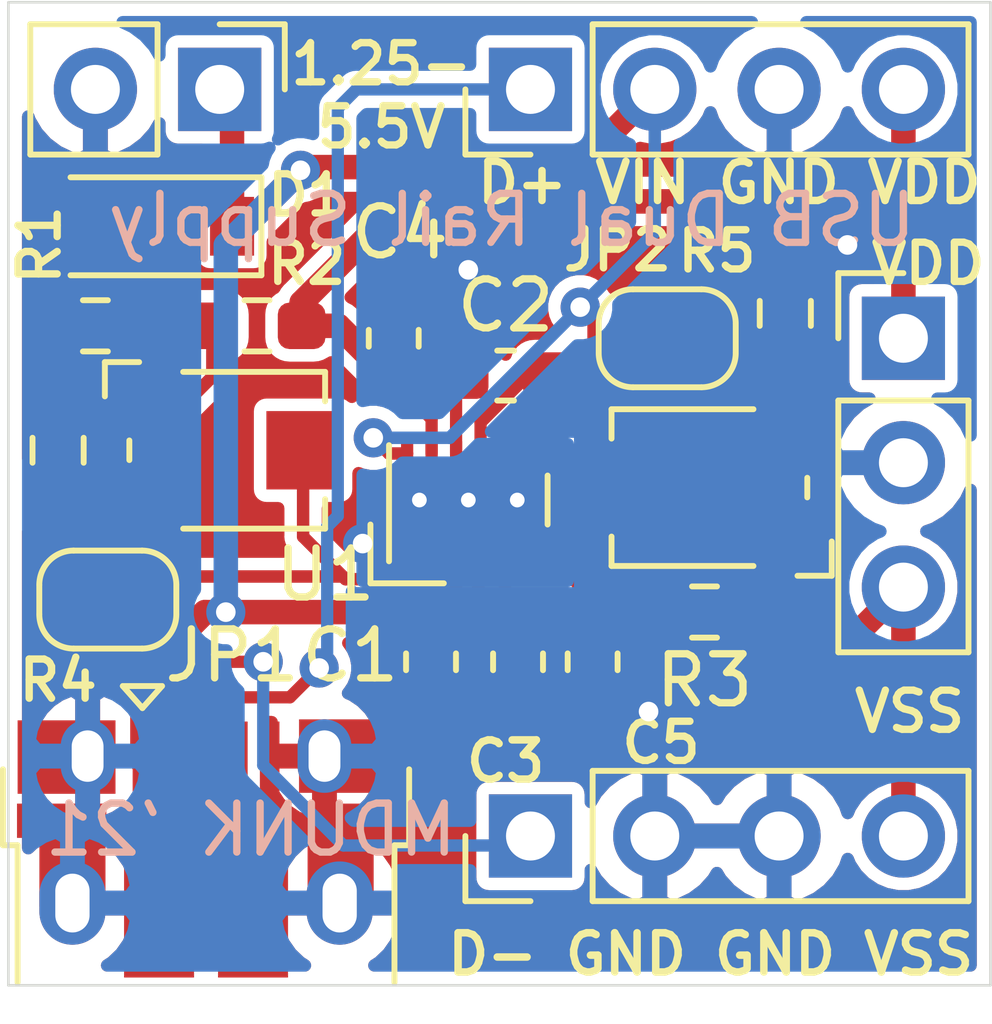
<source format=kicad_pcb>
(kicad_pcb (version 20171130) (host pcbnew "(5.1.10)-1")

  (general
    (thickness 1.6)
    (drawings 11)
    (tracks 116)
    (zones 0)
    (modules 21)
    (nets 18)
  )

  (page A4)
  (layers
    (0 F.Cu signal)
    (31 B.Cu signal)
    (32 B.Adhes user)
    (33 F.Adhes user)
    (34 B.Paste user)
    (35 F.Paste user)
    (36 B.SilkS user)
    (37 F.SilkS user)
    (38 B.Mask user)
    (39 F.Mask user)
    (40 Dwgs.User user)
    (41 Cmts.User user)
    (42 Eco1.User user)
    (43 Eco2.User user)
    (44 Edge.Cuts user)
    (45 Margin user)
    (46 B.CrtYd user)
    (47 F.CrtYd user)
    (48 B.Fab user)
    (49 F.Fab user hide)
  )

  (setup
    (last_trace_width 0.254)
    (user_trace_width 0.254)
    (trace_clearance 0.2)
    (zone_clearance 0.254)
    (zone_45_only no)
    (trace_min 0.2)
    (via_size 0.8)
    (via_drill 0.4)
    (via_min_size 0.4)
    (via_min_drill 0.3)
    (uvia_size 0.3)
    (uvia_drill 0.1)
    (uvias_allowed no)
    (uvia_min_size 0.2)
    (uvia_min_drill 0.1)
    (edge_width 0.05)
    (segment_width 0.2)
    (pcb_text_width 0.3)
    (pcb_text_size 1.5 1.5)
    (mod_edge_width 0.12)
    (mod_text_size 1 1)
    (mod_text_width 0.15)
    (pad_size 1.524 1.524)
    (pad_drill 0.762)
    (pad_to_mask_clearance 0)
    (aux_axis_origin 0 0)
    (visible_elements 7FFFFFFF)
    (pcbplotparams
      (layerselection 0x010f0_ffffffff)
      (usegerberextensions true)
      (usegerberattributes true)
      (usegerberadvancedattributes true)
      (creategerberjobfile false)
      (excludeedgelayer true)
      (linewidth 0.100000)
      (plotframeref false)
      (viasonmask false)
      (mode 1)
      (useauxorigin false)
      (hpglpennumber 1)
      (hpglpenspeed 20)
      (hpglpendiameter 15.000000)
      (psnegative false)
      (psa4output false)
      (plotreference true)
      (plotvalue false)
      (plotinvisibletext false)
      (padsonsilk false)
      (subtractmaskfromsilk true)
      (outputformat 1)
      (mirror false)
      (drillshape 0)
      (scaleselection 1)
      (outputdirectory ""))
  )

  (net 0 "")
  (net 1 /VIN)
  (net 2 GND)
  (net 3 "Net-(C2-Pad2)")
  (net 4 "Net-(C2-Pad1)")
  (net 5 "Net-(C3-Pad1)")
  (net 6 /VDD)
  (net 7 /VSS)
  (net 8 /USB_D-)
  (net 9 /USB_D+)
  (net 10 "Net-(J1-Pad4)")
  (net 11 "Net-(JP1-Pad1)")
  (net 12 "Net-(JP1-Pad2)")
  (net 13 "Net-(JP2-Pad2)")
  (net 14 "Net-(JP2-Pad1)")
  (net 15 "Net-(D1-Pad2)")
  (net 16 "Net-(R2-Pad1)")
  (net 17 "Net-(R3-Pad1)")

  (net_class Default "This is the default net class."
    (clearance 0.2)
    (trace_width 0.25)
    (via_dia 0.8)
    (via_drill 0.4)
    (uvia_dia 0.3)
    (uvia_drill 0.1)
    (add_net /USB_D+)
    (add_net /USB_D-)
    (add_net GND)
    (add_net "Net-(C2-Pad1)")
    (add_net "Net-(C2-Pad2)")
    (add_net "Net-(C3-Pad1)")
    (add_net "Net-(D1-Pad2)")
    (add_net "Net-(J1-Pad4)")
    (add_net "Net-(JP1-Pad1)")
    (add_net "Net-(JP1-Pad2)")
    (add_net "Net-(JP2-Pad1)")
    (add_net "Net-(JP2-Pad2)")
    (add_net "Net-(R2-Pad1)")
    (add_net "Net-(R3-Pad1)")
  )

  (net_class PWR ""
    (clearance 0.2)
    (trace_width 0.5)
    (via_dia 0.8)
    (via_drill 0.4)
    (uvia_dia 0.3)
    (uvia_drill 0.1)
    (add_net /VDD)
    (add_net /VIN)
    (add_net /VSS)
  )

  (module Package_SON:WSON-12-1EP_3x2mm_P0.5mm_EP1x2.65_ThermalVias (layer F.Cu) (tedit 5A65F4F1) (tstamp 60D1757A)
    (at 139.446 116.332 90)
    (descr "WSON-12 http://www.ti.com/lit/ds/symlink/lm27762.pdf")
    (tags WSON-12)
    (path /60D00AB6)
    (attr smd)
    (fp_text reference U1 (at -1.524 -2.921 180) (layer F.SilkS)
      (effects (font (size 1 1) (thickness 0.15)))
    )
    (fp_text value LM27762 (at 0 2.921 90) (layer F.Fab)
      (effects (font (size 1 1) (thickness 0.15)))
    )
    (fp_line (start -1.7 -0.5) (end -1.7 -2) (layer F.SilkS) (width 0.12))
    (fp_line (start -1.7 -2) (end -0.5 -2) (layer F.SilkS) (width 0.12))
    (fp_line (start -1 -1) (end -0.5 -1.5) (layer F.Fab) (width 0.1))
    (fp_line (start -1.45 -1.75) (end 1.45 -1.75) (layer F.CrtYd) (width 0.05))
    (fp_line (start 1.45 -1.75) (end 1.45 1.75) (layer F.CrtYd) (width 0.05))
    (fp_line (start 1.45 1.75) (end -1.45 1.75) (layer F.CrtYd) (width 0.05))
    (fp_line (start -1.45 1.75) (end -1.45 -1.75) (layer F.CrtYd) (width 0.05))
    (fp_line (start 0.5 1.62) (end -0.5 1.62) (layer F.SilkS) (width 0.12))
    (fp_line (start -1.25 -1.62) (end 1.12 -1.62) (layer F.SilkS) (width 0.12))
    (fp_line (start -0.5 -1.5) (end 1 -1.5) (layer F.Fab) (width 0.1))
    (fp_line (start 1 -1.5) (end 1 1.5) (layer F.Fab) (width 0.1))
    (fp_line (start 1 1.5) (end -1 1.5) (layer F.Fab) (width 0.1))
    (fp_line (start -1 1.5) (end -1 -1) (layer F.Fab) (width 0.1))
    (fp_text user %R (at 0 -0.25) (layer F.Fab)
      (effects (font (size 0.5 0.5) (thickness 0.05)))
    )
    (pad 1 smd rect (at -0.95 -1.25 90) (size 0.5 0.25) (layers F.Cu F.Paste F.Mask)
      (net 2 GND))
    (pad 2 smd rect (at -0.95 -0.75 90) (size 0.5 0.25) (layers F.Cu F.Paste F.Mask)
      (net 11 "Net-(JP1-Pad1)"))
    (pad 3 smd rect (at -0.95 -0.25 90) (size 0.5 0.25) (layers F.Cu F.Paste F.Mask)
      (net 1 /VIN))
    (pad 4 smd rect (at -0.95 0.25 90) (size 0.5 0.25) (layers F.Cu F.Paste F.Mask)
      (net 2 GND))
    (pad 5 smd rect (at -0.95 0.75 90) (size 0.5 0.25) (layers F.Cu F.Paste F.Mask)
      (net 5 "Net-(C3-Pad1)"))
    (pad 6 smd rect (at -0.95 1.25 90) (size 0.5 0.25) (layers F.Cu F.Paste F.Mask)
      (net 7 /VSS))
    (pad 7 smd rect (at 0.95 1.25 90) (size 0.5 0.25) (layers F.Cu F.Paste F.Mask)
      (net 14 "Net-(JP2-Pad1)"))
    (pad 8 smd rect (at 0.95 0.75 90) (size 0.5 0.25) (layers F.Cu F.Paste F.Mask)
      (net 1 /VIN))
    (pad 9 smd rect (at 0.95 0.25 90) (size 0.5 0.25) (layers F.Cu F.Paste F.Mask)
      (net 3 "Net-(C2-Pad2)"))
    (pad 10 smd rect (at 0.95 -0.25 90) (size 0.5 0.25) (layers F.Cu F.Paste F.Mask)
      (net 4 "Net-(C2-Pad1)"))
    (pad 11 smd rect (at 0.95 -0.75 90) (size 0.5 0.25) (layers F.Cu F.Paste F.Mask)
      (net 6 /VDD))
    (pad 12 smd rect (at 0.95 -1.25 90) (size 0.5 0.25) (layers F.Cu F.Paste F.Mask)
      (net 1 /VIN))
    (pad 13 thru_hole circle (at 0 0 90) (size 0.6 0.6) (drill 0.3) (layers *.Cu)
      (net 2 GND))
    (pad 13 thru_hole circle (at 0 -1 180) (size 0.6 0.6) (drill 0.3) (layers *.Cu)
      (net 2 GND))
    (pad 13 thru_hole circle (at 0 1 90) (size 0.6 0.6) (drill 0.3) (layers *.Cu)
      (net 2 GND))
    (pad 13 smd rect (at 0 0 90) (size 1 2.65) (layers B.Cu)
      (net 2 GND))
    (pad 13 smd rect (at 0 0 90) (size 1 2.65) (layers F.Cu F.Mask)
      (net 2 GND))
    (pad "" smd rect (at 0 -0.5 90) (size 0.95 0.8) (layers F.Paste))
    (pad "" smd rect (at 0 0.5 90) (size 0.95 0.8) (layers F.Paste))
    (model ${KISYS3DMOD}/Package_SON.3dshapes/WSON-12-1EP_3x2mm_P0.5mm_EP1x2.65.wrl
      (at (xyz 0 0 0))
      (scale (xyz 1 1 1))
      (rotate (xyz 0 0 0))
    )
  )

  (module Diode_SMD:D_SOD-123 (layer F.Cu) (tedit 58645DC7) (tstamp 60D1342D)
    (at 132.968 110.744 180)
    (descr SOD-123)
    (tags SOD-123)
    (path /60D693C9)
    (attr smd)
    (fp_text reference D1 (at -3.176 0.635) (layer F.SilkS)
      (effects (font (size 0.8 0.8) (thickness 0.15)))
    )
    (fp_text value D_Zener (at 0 2.1) (layer F.Fab)
      (effects (font (size 1 1) (thickness 0.15)))
    )
    (fp_text user %R (at 0 -2) (layer F.Fab)
      (effects (font (size 1 1) (thickness 0.15)))
    )
    (fp_line (start -2.25 -1) (end -2.25 1) (layer F.SilkS) (width 0.12))
    (fp_line (start 0.25 0) (end 0.75 0) (layer F.Fab) (width 0.1))
    (fp_line (start 0.25 0.4) (end -0.35 0) (layer F.Fab) (width 0.1))
    (fp_line (start 0.25 -0.4) (end 0.25 0.4) (layer F.Fab) (width 0.1))
    (fp_line (start -0.35 0) (end 0.25 -0.4) (layer F.Fab) (width 0.1))
    (fp_line (start -0.35 0) (end -0.35 0.55) (layer F.Fab) (width 0.1))
    (fp_line (start -0.35 0) (end -0.35 -0.55) (layer F.Fab) (width 0.1))
    (fp_line (start -0.75 0) (end -0.35 0) (layer F.Fab) (width 0.1))
    (fp_line (start -1.4 0.9) (end -1.4 -0.9) (layer F.Fab) (width 0.1))
    (fp_line (start 1.4 0.9) (end -1.4 0.9) (layer F.Fab) (width 0.1))
    (fp_line (start 1.4 -0.9) (end 1.4 0.9) (layer F.Fab) (width 0.1))
    (fp_line (start -1.4 -0.9) (end 1.4 -0.9) (layer F.Fab) (width 0.1))
    (fp_line (start -2.35 -1.15) (end 2.35 -1.15) (layer F.CrtYd) (width 0.05))
    (fp_line (start 2.35 -1.15) (end 2.35 1.15) (layer F.CrtYd) (width 0.05))
    (fp_line (start 2.35 1.15) (end -2.35 1.15) (layer F.CrtYd) (width 0.05))
    (fp_line (start -2.35 -1.15) (end -2.35 1.15) (layer F.CrtYd) (width 0.05))
    (fp_line (start -2.25 1) (end 1.65 1) (layer F.SilkS) (width 0.12))
    (fp_line (start -2.25 -1) (end 1.65 -1) (layer F.SilkS) (width 0.12))
    (pad 2 smd rect (at 1.65 0 180) (size 0.9 1.2) (layers F.Cu F.Paste F.Mask)
      (net 15 "Net-(D1-Pad2)"))
    (pad 1 smd rect (at -1.65 0 180) (size 0.9 1.2) (layers F.Cu F.Paste F.Mask)
      (net 1 /VIN))
    (model ${KISYS3DMOD}/Diode_SMD.3dshapes/D_SOD-123.wrl
      (at (xyz 0 0 0))
      (scale (xyz 1 1 1))
      (rotate (xyz 0 0 0))
    )
  )

  (module Capacitor_SMD:C_0603_1608Metric_Pad1.05x0.95mm_HandSolder (layer F.Cu) (tedit 5B301BBE) (tstamp 60D173D9)
    (at 138.684 119.634 270)
    (descr "Capacitor SMD 0603 (1608 Metric), square (rectangular) end terminal, IPC_7351 nominal with elongated pad for handsoldering. (Body size source: http://www.tortai-tech.com/upload/download/2011102023233369053.pdf), generated with kicad-footprint-generator")
    (tags "capacitor handsolder")
    (path /60D0CC67)
    (attr smd)
    (fp_text reference C1 (at -0.127 1.651 180) (layer F.SilkS)
      (effects (font (size 1 1) (thickness 0.15)))
    )
    (fp_text value 4.7uF (at 0 1.43 90) (layer F.Fab)
      (effects (font (size 1 1) (thickness 0.15)))
    )
    (fp_line (start -0.8 0.4) (end -0.8 -0.4) (layer F.Fab) (width 0.1))
    (fp_line (start -0.8 -0.4) (end 0.8 -0.4) (layer F.Fab) (width 0.1))
    (fp_line (start 0.8 -0.4) (end 0.8 0.4) (layer F.Fab) (width 0.1))
    (fp_line (start 0.8 0.4) (end -0.8 0.4) (layer F.Fab) (width 0.1))
    (fp_line (start -0.171267 -0.51) (end 0.171267 -0.51) (layer F.SilkS) (width 0.12))
    (fp_line (start -0.171267 0.51) (end 0.171267 0.51) (layer F.SilkS) (width 0.12))
    (fp_line (start -1.65 0.73) (end -1.65 -0.73) (layer F.CrtYd) (width 0.05))
    (fp_line (start -1.65 -0.73) (end 1.65 -0.73) (layer F.CrtYd) (width 0.05))
    (fp_line (start 1.65 -0.73) (end 1.65 0.73) (layer F.CrtYd) (width 0.05))
    (fp_line (start 1.65 0.73) (end -1.65 0.73) (layer F.CrtYd) (width 0.05))
    (fp_text user %R (at 0 0 90) (layer F.Fab)
      (effects (font (size 0.4 0.4) (thickness 0.06)))
    )
    (pad 1 smd roundrect (at -0.875 0 270) (size 1.05 0.95) (layers F.Cu F.Paste F.Mask) (roundrect_rratio 0.25)
      (net 1 /VIN))
    (pad 2 smd roundrect (at 0.875 0 270) (size 1.05 0.95) (layers F.Cu F.Paste F.Mask) (roundrect_rratio 0.25)
      (net 2 GND))
    (model ${KISYS3DMOD}/Capacitor_SMD.3dshapes/C_0603_1608Metric.wrl
      (at (xyz 0 0 0))
      (scale (xyz 1 1 1))
      (rotate (xyz 0 0 0))
    )
  )

  (module Capacitor_SMD:C_0603_1608Metric_Pad1.05x0.95mm_HandSolder (layer F.Cu) (tedit 5B301BBE) (tstamp 60D12406)
    (at 140.208 113.792)
    (descr "Capacitor SMD 0603 (1608 Metric), square (rectangular) end terminal, IPC_7351 nominal with elongated pad for handsoldering. (Body size source: http://www.tortai-tech.com/upload/download/2011102023233369053.pdf), generated with kicad-footprint-generator")
    (tags "capacitor handsolder")
    (path /60D0D2F5)
    (attr smd)
    (fp_text reference C2 (at 0 -1.43) (layer F.SilkS)
      (effects (font (size 1 1) (thickness 0.15)))
    )
    (fp_text value .47uF (at 0 1.43) (layer F.Fab)
      (effects (font (size 1 1) (thickness 0.15)))
    )
    (fp_line (start 1.65 0.73) (end -1.65 0.73) (layer F.CrtYd) (width 0.05))
    (fp_line (start 1.65 -0.73) (end 1.65 0.73) (layer F.CrtYd) (width 0.05))
    (fp_line (start -1.65 -0.73) (end 1.65 -0.73) (layer F.CrtYd) (width 0.05))
    (fp_line (start -1.65 0.73) (end -1.65 -0.73) (layer F.CrtYd) (width 0.05))
    (fp_line (start -0.171267 0.51) (end 0.171267 0.51) (layer F.SilkS) (width 0.12))
    (fp_line (start -0.171267 -0.51) (end 0.171267 -0.51) (layer F.SilkS) (width 0.12))
    (fp_line (start 0.8 0.4) (end -0.8 0.4) (layer F.Fab) (width 0.1))
    (fp_line (start 0.8 -0.4) (end 0.8 0.4) (layer F.Fab) (width 0.1))
    (fp_line (start -0.8 -0.4) (end 0.8 -0.4) (layer F.Fab) (width 0.1))
    (fp_line (start -0.8 0.4) (end -0.8 -0.4) (layer F.Fab) (width 0.1))
    (fp_text user %R (at 0 -0.254) (layer F.Fab)
      (effects (font (size 0.4 0.4) (thickness 0.06)))
    )
    (pad 2 smd roundrect (at 0.875 0) (size 1.05 0.95) (layers F.Cu F.Paste F.Mask) (roundrect_rratio 0.25)
      (net 3 "Net-(C2-Pad2)"))
    (pad 1 smd roundrect (at -0.875 0) (size 1.05 0.95) (layers F.Cu F.Paste F.Mask) (roundrect_rratio 0.25)
      (net 4 "Net-(C2-Pad1)"))
    (model ${KISYS3DMOD}/Capacitor_SMD.3dshapes/C_0603_1608Metric.wrl
      (at (xyz 0 0 0))
      (scale (xyz 1 1 1))
      (rotate (xyz 0 0 0))
    )
  )

  (module Capacitor_SMD:C_0603_1608Metric_Pad1.05x0.95mm_HandSolder (layer F.Cu) (tedit 5B301BBE) (tstamp 60D173FB)
    (at 140.462 119.634 270)
    (descr "Capacitor SMD 0603 (1608 Metric), square (rectangular) end terminal, IPC_7351 nominal with elongated pad for handsoldering. (Body size source: http://www.tortai-tech.com/upload/download/2011102023233369053.pdf), generated with kicad-footprint-generator")
    (tags "capacitor handsolder")
    (path /60D0DD7E)
    (attr smd)
    (fp_text reference C3 (at 2.032 0.254 180) (layer F.SilkS)
      (effects (font (size 0.8 0.8) (thickness 0.153)))
    )
    (fp_text value 4.7uF (at 0 1.43 90) (layer F.Fab)
      (effects (font (size 1 1) (thickness 0.15)))
    )
    (fp_line (start -0.8 0.4) (end -0.8 -0.4) (layer F.Fab) (width 0.1))
    (fp_line (start -0.8 -0.4) (end 0.8 -0.4) (layer F.Fab) (width 0.1))
    (fp_line (start 0.8 -0.4) (end 0.8 0.4) (layer F.Fab) (width 0.1))
    (fp_line (start 0.8 0.4) (end -0.8 0.4) (layer F.Fab) (width 0.1))
    (fp_line (start -0.171267 -0.51) (end 0.171267 -0.51) (layer F.SilkS) (width 0.12))
    (fp_line (start -0.171267 0.51) (end 0.171267 0.51) (layer F.SilkS) (width 0.12))
    (fp_line (start -1.65 0.73) (end -1.65 -0.73) (layer F.CrtYd) (width 0.05))
    (fp_line (start -1.65 -0.73) (end 1.65 -0.73) (layer F.CrtYd) (width 0.05))
    (fp_line (start 1.65 -0.73) (end 1.65 0.73) (layer F.CrtYd) (width 0.05))
    (fp_line (start 1.65 0.73) (end -1.65 0.73) (layer F.CrtYd) (width 0.05))
    (fp_text user %R (at -1.335001 1.784999 90) (layer F.Fab)
      (effects (font (size 0.4 0.4) (thickness 0.06)))
    )
    (pad 1 smd roundrect (at -0.875 0 270) (size 1.05 0.95) (layers F.Cu F.Paste F.Mask) (roundrect_rratio 0.25)
      (net 5 "Net-(C3-Pad1)"))
    (pad 2 smd roundrect (at 0.875 0 270) (size 1.05 0.95) (layers F.Cu F.Paste F.Mask) (roundrect_rratio 0.25)
      (net 2 GND))
    (model ${KISYS3DMOD}/Capacitor_SMD.3dshapes/C_0603_1608Metric.wrl
      (at (xyz 0 0 0))
      (scale (xyz 1 1 1))
      (rotate (xyz 0 0 0))
    )
  )

  (module Capacitor_SMD:C_0603_1608Metric_Pad1.05x0.95mm_HandSolder (layer F.Cu) (tedit 5B301BBE) (tstamp 60D1740C)
    (at 137.922 113.03 90)
    (descr "Capacitor SMD 0603 (1608 Metric), square (rectangular) end terminal, IPC_7351 nominal with elongated pad for handsoldering. (Body size source: http://www.tortai-tech.com/upload/download/2011102023233369053.pdf), generated with kicad-footprint-generator")
    (tags "capacitor handsolder")
    (path /60D0E92E)
    (attr smd)
    (fp_text reference C4 (at 2.159 0.127 180) (layer F.SilkS)
      (effects (font (size 1 1) (thickness 0.15)))
    )
    (fp_text value 2.2uF (at 0 1.43 90) (layer F.Fab)
      (effects (font (size 1 1) (thickness 0.15)))
    )
    (fp_line (start -0.8 0.4) (end -0.8 -0.4) (layer F.Fab) (width 0.1))
    (fp_line (start -0.8 -0.4) (end 0.8 -0.4) (layer F.Fab) (width 0.1))
    (fp_line (start 0.8 -0.4) (end 0.8 0.4) (layer F.Fab) (width 0.1))
    (fp_line (start 0.8 0.4) (end -0.8 0.4) (layer F.Fab) (width 0.1))
    (fp_line (start -0.171267 -0.51) (end 0.171267 -0.51) (layer F.SilkS) (width 0.12))
    (fp_line (start -0.171267 0.51) (end 0.171267 0.51) (layer F.SilkS) (width 0.12))
    (fp_line (start -1.65 0.73) (end -1.65 -0.73) (layer F.CrtYd) (width 0.05))
    (fp_line (start -1.65 -0.73) (end 1.65 -0.73) (layer F.CrtYd) (width 0.05))
    (fp_line (start 1.65 -0.73) (end 1.65 0.73) (layer F.CrtYd) (width 0.05))
    (fp_line (start 1.65 0.73) (end -1.65 0.73) (layer F.CrtYd) (width 0.05))
    (fp_text user %R (at -0.254 0.508 90) (layer F.Fab)
      (effects (font (size 0.4 0.4) (thickness 0.06)))
    )
    (pad 1 smd roundrect (at -0.875 0 90) (size 1.05 0.95) (layers F.Cu F.Paste F.Mask) (roundrect_rratio 0.25)
      (net 6 /VDD))
    (pad 2 smd roundrect (at 0.875 0 90) (size 1.05 0.95) (layers F.Cu F.Paste F.Mask) (roundrect_rratio 0.25)
      (net 2 GND))
    (model ${KISYS3DMOD}/Capacitor_SMD.3dshapes/C_0603_1608Metric.wrl
      (at (xyz 0 0 0))
      (scale (xyz 1 1 1))
      (rotate (xyz 0 0 0))
    )
  )

  (module Capacitor_SMD:C_0603_1608Metric_Pad1.05x0.95mm_HandSolder (layer F.Cu) (tedit 5B301BBE) (tstamp 60D1741D)
    (at 141.986 119.634 90)
    (descr "Capacitor SMD 0603 (1608 Metric), square (rectangular) end terminal, IPC_7351 nominal with elongated pad for handsoldering. (Body size source: http://www.tortai-tech.com/upload/download/2011102023233369053.pdf), generated with kicad-footprint-generator")
    (tags "capacitor handsolder")
    (path /60D0E2EA)
    (attr smd)
    (fp_text reference C5 (at -1.651 1.397 180) (layer F.SilkS)
      (effects (font (size 0.8 0.8) (thickness 0.15)))
    )
    (fp_text value 2.2uF (at 0 1.43 90) (layer F.Fab)
      (effects (font (size 1 1) (thickness 0.15)))
    )
    (fp_line (start 1.65 0.73) (end -1.65 0.73) (layer F.CrtYd) (width 0.05))
    (fp_line (start 1.65 -0.73) (end 1.65 0.73) (layer F.CrtYd) (width 0.05))
    (fp_line (start -1.65 -0.73) (end 1.65 -0.73) (layer F.CrtYd) (width 0.05))
    (fp_line (start -1.65 0.73) (end -1.65 -0.73) (layer F.CrtYd) (width 0.05))
    (fp_line (start -0.171267 0.51) (end 0.171267 0.51) (layer F.SilkS) (width 0.12))
    (fp_line (start -0.171267 -0.51) (end 0.171267 -0.51) (layer F.SilkS) (width 0.12))
    (fp_line (start 0.8 0.4) (end -0.8 0.4) (layer F.Fab) (width 0.1))
    (fp_line (start 0.8 -0.4) (end 0.8 0.4) (layer F.Fab) (width 0.1))
    (fp_line (start -0.8 -0.4) (end 0.8 -0.4) (layer F.Fab) (width 0.1))
    (fp_line (start -0.8 0.4) (end -0.8 -0.4) (layer F.Fab) (width 0.1))
    (fp_text user %R (at 0 0 90) (layer F.Fab)
      (effects (font (size 0.4 0.4) (thickness 0.06)))
    )
    (pad 2 smd roundrect (at 0.875 0 90) (size 1.05 0.95) (layers F.Cu F.Paste F.Mask) (roundrect_rratio 0.25)
      (net 7 /VSS))
    (pad 1 smd roundrect (at -0.875 0 90) (size 1.05 0.95) (layers F.Cu F.Paste F.Mask) (roundrect_rratio 0.25)
      (net 2 GND))
    (model ${KISYS3DMOD}/Capacitor_SMD.3dshapes/C_0603_1608Metric.wrl
      (at (xyz 0 0 0))
      (scale (xyz 1 1 1))
      (rotate (xyz 0 0 0))
    )
  )

  (module Connector_USB:USB_Micro-B_Amphenol_10103594-0001LF_Horizontal (layer F.Cu) (tedit 5A1DC0BD) (tstamp 60D17447)
    (at 134.112 123.444)
    (descr "Micro USB Type B 10103594-0001LF, http://cdn.amphenol-icc.com/media/wysiwyg/files/drawing/10103594.pdf")
    (tags "USB USB_B USB_micro USB_OTG")
    (path /60D011A2)
    (attr smd)
    (fp_text reference J1 (at 1.925 -3.365) (layer F.SilkS) hide
      (effects (font (size 1 1) (thickness 0.15)))
    )
    (fp_text value USB_B_Micro (at -0.025 4.435) (layer F.Fab)
      (effects (font (size 1 1) (thickness 0.15)))
    )
    (fp_line (start -4.175 -0.065) (end -4.175 -1.615) (layer F.SilkS) (width 0.12))
    (fp_line (start -4.175 -0.065) (end -3.875 -0.065) (layer F.SilkS) (width 0.12))
    (fp_line (start -3.875 2.735) (end -3.875 -0.065) (layer F.SilkS) (width 0.12))
    (fp_line (start 4.125 -0.065) (end 4.125 -1.615) (layer F.SilkS) (width 0.12))
    (fp_line (start 3.825 -0.065) (end 4.125 -0.065) (layer F.SilkS) (width 0.12))
    (fp_line (start 3.825 2.735) (end 3.825 -0.065) (layer F.SilkS) (width 0.12))
    (fp_line (start -0.925 -3.315) (end -1.325 -2.865) (layer F.SilkS) (width 0.12))
    (fp_line (start -1.725 -3.315) (end -0.925 -3.315) (layer F.SilkS) (width 0.12))
    (fp_line (start -1.325 -2.865) (end -1.725 -3.315) (layer F.SilkS) (width 0.12))
    (fp_line (start -3.775 -0.865) (end -2.975 -1.615) (layer F.Fab) (width 0.12))
    (fp_line (start 3.725 3.335) (end -3.775 3.335) (layer F.Fab) (width 0.12))
    (fp_line (start 3.725 -1.615) (end 3.725 3.335) (layer F.Fab) (width 0.12))
    (fp_line (start -2.975 -1.615) (end 3.725 -1.615) (layer F.Fab) (width 0.12))
    (fp_line (start -3.775 3.335) (end -3.775 -0.865) (layer F.Fab) (width 0.12))
    (fp_line (start -4.025 2.835) (end 3.975 2.835) (layer Dwgs.User) (width 0.1))
    (fp_line (start -4.13 -2.88) (end 4.14 -2.88) (layer F.CrtYd) (width 0.05))
    (fp_line (start -4.13 -2.88) (end -4.13 3.58) (layer F.CrtYd) (width 0.05))
    (fp_line (start 4.14 3.58) (end 4.14 -2.88) (layer F.CrtYd) (width 0.05))
    (fp_line (start 4.14 3.58) (end -4.13 3.58) (layer F.CrtYd) (width 0.05))
    (fp_text user "PCB edge" (at -0.025 2.235) (layer Dwgs.User)
      (effects (font (size 0.5 0.5) (thickness 0.075)))
    )
    (fp_text user %R (at -0.025 -0.015) (layer F.Fab)
      (effects (font (size 1 1) (thickness 0.15)))
    )
    (pad 6 smd rect (at 2.725 0.185) (size 1.35 2) (layers F.Cu F.Paste F.Mask)
      (net 2 GND))
    (pad 6 smd rect (at -2.755 0.185) (size 1.35 2) (layers F.Cu F.Paste F.Mask)
      (net 2 GND))
    (pad 6 smd rect (at -2.975 -0.565) (size 1.825 0.7) (layers F.Cu F.Paste F.Mask)
      (net 2 GND))
    (pad 6 smd rect (at 2.975 -0.565) (size 1.825 0.7) (layers F.Cu F.Paste F.Mask)
      (net 2 GND))
    (pad 6 smd rect (at -2.875 -1.865) (size 2 1.5) (layers F.Cu F.Paste F.Mask)
      (net 2 GND))
    (pad 6 smd rect (at 2.875 -1.885) (size 2 1.5) (layers F.Cu F.Paste F.Mask)
      (net 2 GND))
    (pad 1 smd rect (at -1.325 -1.765 90) (size 1.65 0.4) (layers F.Cu F.Paste F.Mask)
      (net 1 /VIN))
    (pad 2 smd rect (at -0.675 -1.765 90) (size 1.65 0.4) (layers F.Cu F.Paste F.Mask)
      (net 8 /USB_D-))
    (pad 3 smd rect (at -0.025 -1.765 90) (size 1.65 0.4) (layers F.Cu F.Paste F.Mask)
      (net 9 /USB_D+))
    (pad 4 smd rect (at 0.625 -1.765 90) (size 1.65 0.4) (layers F.Cu F.Paste F.Mask)
      (net 10 "Net-(J1-Pad4)"))
    (pad 5 smd rect (at 1.275 -1.765 90) (size 1.65 0.4) (layers F.Cu F.Paste F.Mask)
      (net 2 GND))
    (pad 6 thru_hole oval (at -2.445 -1.885 90) (size 1.5 1.1) (drill oval 1.05 0.65) (layers *.Cu *.Mask)
      (net 2 GND))
    (pad 6 thru_hole oval (at 2.395 -1.885 90) (size 1.5 1.1) (drill oval 1.05 0.65) (layers *.Cu *.Mask)
      (net 2 GND))
    (pad 6 thru_hole oval (at -2.755 1.115 90) (size 1.7 1.35) (drill oval 1.2 0.7) (layers *.Cu *.Mask)
      (net 2 GND))
    (pad 6 thru_hole oval (at 2.705 1.115 90) (size 1.7 1.35) (drill oval 1.2 0.7) (layers *.Cu *.Mask)
      (net 2 GND))
    (pad 6 smd rect (at -0.985 1.385 90) (size 2.5 1.43) (layers F.Cu F.Paste F.Mask)
      (net 2 GND))
    (pad 6 smd rect (at 0.935 1.385 90) (size 2.5 1.43) (layers F.Cu F.Paste F.Mask)
      (net 2 GND))
    (model ${KISYS3DMOD}/Connector_USB.3dshapes/USB_Micro-B_Amphenol_10103594-0001LF_Horizontal.wrl
      (at (xyz 0 0 0))
      (scale (xyz 1 1 1))
      (rotate (xyz 0 0 0))
    )
  )

  (module Connector_PinHeader_2.54mm:PinHeader_1x02_P2.54mm_Vertical (layer F.Cu) (tedit 59FED5CC) (tstamp 60D17AA8)
    (at 134.366 107.95 270)
    (descr "Through hole straight pin header, 1x02, 2.54mm pitch, single row")
    (tags "Through hole pin header THT 1x02 2.54mm single row")
    (path /60D74363)
    (fp_text reference J2 (at 0 -2.33 90) (layer F.SilkS) hide
      (effects (font (size 1 1) (thickness 0.15)))
    )
    (fp_text value Conn_01x02 (at 0 4.87 90) (layer F.Fab)
      (effects (font (size 1 1) (thickness 0.15)))
    )
    (fp_line (start -0.635 -1.27) (end 1.27 -1.27) (layer F.Fab) (width 0.1))
    (fp_line (start 1.27 -1.27) (end 1.27 3.81) (layer F.Fab) (width 0.1))
    (fp_line (start 1.27 3.81) (end -1.27 3.81) (layer F.Fab) (width 0.1))
    (fp_line (start -1.27 3.81) (end -1.27 -0.635) (layer F.Fab) (width 0.1))
    (fp_line (start -1.27 -0.635) (end -0.635 -1.27) (layer F.Fab) (width 0.1))
    (fp_line (start -1.33 3.87) (end 1.33 3.87) (layer F.SilkS) (width 0.12))
    (fp_line (start -1.33 1.27) (end -1.33 3.87) (layer F.SilkS) (width 0.12))
    (fp_line (start 1.33 1.27) (end 1.33 3.87) (layer F.SilkS) (width 0.12))
    (fp_line (start -1.33 1.27) (end 1.33 1.27) (layer F.SilkS) (width 0.12))
    (fp_line (start -1.33 0) (end -1.33 -1.33) (layer F.SilkS) (width 0.12))
    (fp_line (start -1.33 -1.33) (end 0 -1.33) (layer F.SilkS) (width 0.12))
    (fp_line (start -1.8 -1.8) (end -1.8 4.35) (layer F.CrtYd) (width 0.05))
    (fp_line (start -1.8 4.35) (end 1.8 4.35) (layer F.CrtYd) (width 0.05))
    (fp_line (start 1.8 4.35) (end 1.8 -1.8) (layer F.CrtYd) (width 0.05))
    (fp_line (start 1.8 -1.8) (end -1.8 -1.8) (layer F.CrtYd) (width 0.05))
    (fp_text user %R (at 0 1.27) (layer F.Fab)
      (effects (font (size 1 1) (thickness 0.15)))
    )
    (pad 1 thru_hole rect (at 0 0 270) (size 1.7 1.7) (drill 1) (layers *.Cu *.Mask)
      (net 1 /VIN))
    (pad 2 thru_hole oval (at 0 2.54 270) (size 1.7 1.7) (drill 1) (layers *.Cu *.Mask)
      (net 2 GND))
    (model ${KISYS3DMOD}/Connector_PinHeader_2.54mm.3dshapes/PinHeader_1x02_P2.54mm_Vertical.wrl
      (at (xyz 0 0 0))
      (scale (xyz 1 1 1))
      (rotate (xyz 0 0 0))
    )
  )

  (module Connector_PinHeader_2.54mm:PinHeader_1x04_P2.54mm_Vertical (layer F.Cu) (tedit 59FED5CC) (tstamp 60D12AD8)
    (at 140.716 107.95 90)
    (descr "Through hole straight pin header, 1x04, 2.54mm pitch, single row")
    (tags "Through hole pin header THT 1x04 2.54mm single row")
    (path /60D03C77)
    (fp_text reference J3 (at 0 -2.33 90) (layer F.SilkS) hide
      (effects (font (size 1 1) (thickness 0.15)))
    )
    (fp_text value Conn_01x04 (at 0 9.95 90) (layer F.Fab)
      (effects (font (size 1 1) (thickness 0.15)))
    )
    (fp_line (start -0.635 -1.27) (end 1.27 -1.27) (layer F.Fab) (width 0.1))
    (fp_line (start 1.27 -1.27) (end 1.27 8.89) (layer F.Fab) (width 0.1))
    (fp_line (start 1.27 8.89) (end -1.27 8.89) (layer F.Fab) (width 0.1))
    (fp_line (start -1.27 8.89) (end -1.27 -0.635) (layer F.Fab) (width 0.1))
    (fp_line (start -1.27 -0.635) (end -0.635 -1.27) (layer F.Fab) (width 0.1))
    (fp_line (start -1.33 8.95) (end 1.33 8.95) (layer F.SilkS) (width 0.12))
    (fp_line (start -1.33 1.27) (end -1.33 8.95) (layer F.SilkS) (width 0.12))
    (fp_line (start 1.33 1.27) (end 1.33 8.95) (layer F.SilkS) (width 0.12))
    (fp_line (start -1.33 1.27) (end 1.33 1.27) (layer F.SilkS) (width 0.12))
    (fp_line (start -1.33 0) (end -1.33 -1.33) (layer F.SilkS) (width 0.12))
    (fp_line (start -1.33 -1.33) (end 0 -1.33) (layer F.SilkS) (width 0.12))
    (fp_line (start -1.8 -1.8) (end -1.8 9.4) (layer F.CrtYd) (width 0.05))
    (fp_line (start -1.8 9.4) (end 1.8 9.4) (layer F.CrtYd) (width 0.05))
    (fp_line (start 1.8 9.4) (end 1.8 -1.8) (layer F.CrtYd) (width 0.05))
    (fp_line (start 1.8 -1.8) (end -1.8 -1.8) (layer F.CrtYd) (width 0.05))
    (fp_text user %R (at 0 3.81) (layer F.Fab)
      (effects (font (size 1 1) (thickness 0.15)))
    )
    (pad 1 thru_hole rect (at 0 0 90) (size 1.7 1.7) (drill 1) (layers *.Cu *.Mask)
      (net 9 /USB_D+))
    (pad 2 thru_hole oval (at 0 2.54 90) (size 1.7 1.7) (drill 1) (layers *.Cu *.Mask)
      (net 1 /VIN))
    (pad 3 thru_hole oval (at 0 5.08 90) (size 1.7 1.7) (drill 1) (layers *.Cu *.Mask)
      (net 2 GND))
    (pad 4 thru_hole oval (at 0 7.62 90) (size 1.7 1.7) (drill 1) (layers *.Cu *.Mask)
      (net 6 /VDD))
    (model ${KISYS3DMOD}/Connector_PinHeader_2.54mm.3dshapes/PinHeader_1x04_P2.54mm_Vertical.wrl
      (at (xyz 0 0 0))
      (scale (xyz 1 1 1))
      (rotate (xyz 0 0 0))
    )
  )

  (module Connector_PinHeader_2.54mm:PinHeader_1x04_P2.54mm_Vertical (layer F.Cu) (tedit 59FED5CC) (tstamp 60D1748D)
    (at 140.716 123.19 90)
    (descr "Through hole straight pin header, 1x04, 2.54mm pitch, single row")
    (tags "Through hole pin header THT 1x04 2.54mm single row")
    (path /60D02754)
    (fp_text reference J4 (at 2.667 3.429 90) (layer F.SilkS) hide
      (effects (font (size 1 1) (thickness 0.15)))
    )
    (fp_text value Conn_01x04 (at 0 9.95 90) (layer F.Fab)
      (effects (font (size 1 1) (thickness 0.15)))
    )
    (fp_line (start 1.8 -1.8) (end -1.8 -1.8) (layer F.CrtYd) (width 0.05))
    (fp_line (start 1.8 9.4) (end 1.8 -1.8) (layer F.CrtYd) (width 0.05))
    (fp_line (start -1.8 9.4) (end 1.8 9.4) (layer F.CrtYd) (width 0.05))
    (fp_line (start -1.8 -1.8) (end -1.8 9.4) (layer F.CrtYd) (width 0.05))
    (fp_line (start -1.33 -1.33) (end 0 -1.33) (layer F.SilkS) (width 0.12))
    (fp_line (start -1.33 0) (end -1.33 -1.33) (layer F.SilkS) (width 0.12))
    (fp_line (start -1.33 1.27) (end 1.33 1.27) (layer F.SilkS) (width 0.12))
    (fp_line (start 1.33 1.27) (end 1.33 8.95) (layer F.SilkS) (width 0.12))
    (fp_line (start -1.33 1.27) (end -1.33 8.95) (layer F.SilkS) (width 0.12))
    (fp_line (start -1.33 8.95) (end 1.33 8.95) (layer F.SilkS) (width 0.12))
    (fp_line (start -1.27 -0.635) (end -0.635 -1.27) (layer F.Fab) (width 0.1))
    (fp_line (start -1.27 8.89) (end -1.27 -0.635) (layer F.Fab) (width 0.1))
    (fp_line (start 1.27 8.89) (end -1.27 8.89) (layer F.Fab) (width 0.1))
    (fp_line (start 1.27 -1.27) (end 1.27 8.89) (layer F.Fab) (width 0.1))
    (fp_line (start -0.635 -1.27) (end 1.27 -1.27) (layer F.Fab) (width 0.1))
    (fp_text user %R (at 0 3.81) (layer F.Fab)
      (effects (font (size 1 1) (thickness 0.15)))
    )
    (pad 4 thru_hole oval (at 0 7.62 90) (size 1.7 1.7) (drill 1) (layers *.Cu *.Mask)
      (net 7 /VSS))
    (pad 3 thru_hole oval (at 0 5.08 90) (size 1.7 1.7) (drill 1) (layers *.Cu *.Mask)
      (net 2 GND))
    (pad 2 thru_hole oval (at 0 2.54 90) (size 1.7 1.7) (drill 1) (layers *.Cu *.Mask)
      (net 2 GND))
    (pad 1 thru_hole rect (at 0 0 90) (size 1.7 1.7) (drill 1) (layers *.Cu *.Mask)
      (net 8 /USB_D-))
    (model ${KISYS3DMOD}/Connector_PinHeader_2.54mm.3dshapes/PinHeader_1x04_P2.54mm_Vertical.wrl
      (at (xyz 0 0 0))
      (scale (xyz 1 1 1))
      (rotate (xyz 0 0 0))
    )
  )

  (module Connector_PinHeader_2.54mm:PinHeader_1x03_P2.54mm_Vertical (layer F.Cu) (tedit 59FED5CC) (tstamp 60D12A09)
    (at 148.336 113.03)
    (descr "Through hole straight pin header, 1x03, 2.54mm pitch, single row")
    (tags "Through hole pin header THT 1x03 2.54mm single row")
    (path /60D01E92)
    (fp_text reference J5 (at 0 -2.33) (layer F.SilkS) hide
      (effects (font (size 1 1) (thickness 0.15)))
    )
    (fp_text value Conn_01x03 (at 0 7.41) (layer F.Fab)
      (effects (font (size 1 1) (thickness 0.15)))
    )
    (fp_line (start -0.635 -1.27) (end 1.27 -1.27) (layer F.Fab) (width 0.1))
    (fp_line (start 1.27 -1.27) (end 1.27 6.35) (layer F.Fab) (width 0.1))
    (fp_line (start 1.27 6.35) (end -1.27 6.35) (layer F.Fab) (width 0.1))
    (fp_line (start -1.27 6.35) (end -1.27 -0.635) (layer F.Fab) (width 0.1))
    (fp_line (start -1.27 -0.635) (end -0.635 -1.27) (layer F.Fab) (width 0.1))
    (fp_line (start -1.33 6.41) (end 1.33 6.41) (layer F.SilkS) (width 0.12))
    (fp_line (start -1.33 1.27) (end -1.33 6.41) (layer F.SilkS) (width 0.12))
    (fp_line (start 1.33 1.27) (end 1.33 6.41) (layer F.SilkS) (width 0.12))
    (fp_line (start -1.33 1.27) (end 1.33 1.27) (layer F.SilkS) (width 0.12))
    (fp_line (start -1.33 0) (end -1.33 -1.33) (layer F.SilkS) (width 0.12))
    (fp_line (start -1.33 -1.33) (end 0 -1.33) (layer F.SilkS) (width 0.12))
    (fp_line (start -1.8 -1.8) (end -1.8 6.85) (layer F.CrtYd) (width 0.05))
    (fp_line (start -1.8 6.85) (end 1.8 6.85) (layer F.CrtYd) (width 0.05))
    (fp_line (start 1.8 6.85) (end 1.8 -1.8) (layer F.CrtYd) (width 0.05))
    (fp_line (start 1.8 -1.8) (end -1.8 -1.8) (layer F.CrtYd) (width 0.05))
    (fp_text user %R (at 0 2.54 90) (layer F.Fab)
      (effects (font (size 1 1) (thickness 0.15)))
    )
    (pad 1 thru_hole rect (at 0 0) (size 1.7 1.7) (drill 1) (layers *.Cu *.Mask)
      (net 6 /VDD))
    (pad 2 thru_hole oval (at 0 2.54) (size 1.7 1.7) (drill 1) (layers *.Cu *.Mask)
      (net 2 GND))
    (pad 3 thru_hole oval (at 0 5.08) (size 1.7 1.7) (drill 1) (layers *.Cu *.Mask)
      (net 7 /VSS))
    (model ${KISYS3DMOD}/Connector_PinHeader_2.54mm.3dshapes/PinHeader_1x03_P2.54mm_Vertical.wrl
      (at (xyz 0 0 0))
      (scale (xyz 1 1 1))
      (rotate (xyz 0 0 0))
    )
  )

  (module Jumper:SolderJumper-2_P1.3mm_Bridged_RoundedPad1.0x1.5mm (layer F.Cu) (tedit 5C745284) (tstamp 60D174B7)
    (at 132.08 118.364 180)
    (descr "SMD Solder Jumper, 1x1.5mm, rounded Pads, 0.3mm gap, bridged with 1 copper strip")
    (tags "solder jumper open")
    (path /60D1F923)
    (attr virtual)
    (fp_text reference JP1 (at -2.54 -1.143) (layer F.SilkS)
      (effects (font (size 1 1) (thickness 0.15)))
    )
    (fp_text value Jumper_NC_Small (at 0 1.9) (layer F.Fab)
      (effects (font (size 1 1) (thickness 0.15)))
    )
    (fp_poly (pts (xy 0.25 -0.3) (xy -0.25 -0.3) (xy -0.25 0.3) (xy 0.25 0.3)) (layer F.Cu) (width 0))
    (fp_line (start 1.65 1.25) (end -1.65 1.25) (layer F.CrtYd) (width 0.05))
    (fp_line (start 1.65 1.25) (end 1.65 -1.25) (layer F.CrtYd) (width 0.05))
    (fp_line (start -1.65 -1.25) (end -1.65 1.25) (layer F.CrtYd) (width 0.05))
    (fp_line (start -1.65 -1.25) (end 1.65 -1.25) (layer F.CrtYd) (width 0.05))
    (fp_line (start -0.7 -1) (end 0.7 -1) (layer F.SilkS) (width 0.12))
    (fp_line (start 1.4 -0.3) (end 1.4 0.3) (layer F.SilkS) (width 0.12))
    (fp_line (start 0.7 1) (end -0.7 1) (layer F.SilkS) (width 0.12))
    (fp_line (start -1.4 0.3) (end -1.4 -0.3) (layer F.SilkS) (width 0.12))
    (fp_arc (start -0.7 -0.3) (end -0.7 -1) (angle -90) (layer F.SilkS) (width 0.12))
    (fp_arc (start -0.7 0.3) (end -1.4 0.3) (angle -90) (layer F.SilkS) (width 0.12))
    (fp_arc (start 0.7 0.3) (end 0.7 1) (angle -90) (layer F.SilkS) (width 0.12))
    (fp_arc (start 0.7 -0.3) (end 1.4 -0.3) (angle -90) (layer F.SilkS) (width 0.12))
    (pad 1 smd custom (at -0.65 0 180) (size 1 0.5) (layers F.Cu F.Mask)
      (net 11 "Net-(JP1-Pad1)") (zone_connect 2)
      (options (clearance outline) (anchor rect))
      (primitives
        (gr_circle (center 0 0.25) (end 0.5 0.25) (width 0))
        (gr_circle (center 0 -0.25) (end 0.5 -0.25) (width 0))
        (gr_poly (pts
           (xy 0 -0.75) (xy 0.5 -0.75) (xy 0.5 0.75) (xy 0 0.75)) (width 0))
      ))
    (pad 2 smd custom (at 0.65 0 180) (size 1 0.5) (layers F.Cu F.Mask)
      (net 12 "Net-(JP1-Pad2)") (zone_connect 2)
      (options (clearance outline) (anchor rect))
      (primitives
        (gr_circle (center 0 0.25) (end 0.5 0.25) (width 0))
        (gr_circle (center 0 -0.25) (end 0.5 -0.25) (width 0))
        (gr_poly (pts
           (xy 0 -0.75) (xy -0.5 -0.75) (xy -0.5 0.75) (xy 0 0.75)) (width 0))
      ))
  )

  (module Jumper:SolderJumper-2_P1.3mm_Bridged_RoundedPad1.0x1.5mm (layer F.Cu) (tedit 5C745284) (tstamp 60D174CA)
    (at 143.51 113.03)
    (descr "SMD Solder Jumper, 1x1.5mm, rounded Pads, 0.3mm gap, bridged with 1 copper strip")
    (tags "solder jumper open")
    (path /60D27F7D)
    (attr virtual)
    (fp_text reference JP2 (at -1.016 -1.8) (layer F.SilkS)
      (effects (font (size 0.8 0.8) (thickness 0.15)))
    )
    (fp_text value Jumper_NC_Small (at 0 1.9) (layer F.Fab)
      (effects (font (size 1 1) (thickness 0.15)))
    )
    (fp_line (start -1.4 0.3) (end -1.4 -0.3) (layer F.SilkS) (width 0.12))
    (fp_line (start 0.7 1) (end -0.7 1) (layer F.SilkS) (width 0.12))
    (fp_line (start 1.4 -0.3) (end 1.4 0.3) (layer F.SilkS) (width 0.12))
    (fp_line (start -0.7 -1) (end 0.7 -1) (layer F.SilkS) (width 0.12))
    (fp_line (start -1.65 -1.25) (end 1.65 -1.25) (layer F.CrtYd) (width 0.05))
    (fp_line (start -1.65 -1.25) (end -1.65 1.25) (layer F.CrtYd) (width 0.05))
    (fp_line (start 1.65 1.25) (end 1.65 -1.25) (layer F.CrtYd) (width 0.05))
    (fp_line (start 1.65 1.25) (end -1.65 1.25) (layer F.CrtYd) (width 0.05))
    (fp_poly (pts (xy 0.25 -0.3) (xy -0.25 -0.3) (xy -0.25 0.3) (xy 0.25 0.3)) (layer F.Cu) (width 0))
    (fp_arc (start 0.7 -0.3) (end 1.4 -0.3) (angle -90) (layer F.SilkS) (width 0.12))
    (fp_arc (start 0.7 0.3) (end 0.7 1) (angle -90) (layer F.SilkS) (width 0.12))
    (fp_arc (start -0.7 0.3) (end -1.4 0.3) (angle -90) (layer F.SilkS) (width 0.12))
    (fp_arc (start -0.7 -0.3) (end -0.7 -1) (angle -90) (layer F.SilkS) (width 0.12))
    (pad 2 smd custom (at 0.65 0) (size 1 0.5) (layers F.Cu F.Mask)
      (net 13 "Net-(JP2-Pad2)") (zone_connect 2)
      (options (clearance outline) (anchor rect))
      (primitives
        (gr_circle (center 0 0.25) (end 0.5 0.25) (width 0))
        (gr_circle (center 0 -0.25) (end 0.5 -0.25) (width 0))
        (gr_poly (pts
           (xy 0 -0.75) (xy -0.5 -0.75) (xy -0.5 0.75) (xy 0 0.75)) (width 0))
      ))
    (pad 1 smd custom (at -0.65 0) (size 1 0.5) (layers F.Cu F.Mask)
      (net 14 "Net-(JP2-Pad1)") (zone_connect 2)
      (options (clearance outline) (anchor rect))
      (primitives
        (gr_circle (center 0 0.25) (end 0.5 0.25) (width 0))
        (gr_circle (center 0 -0.25) (end 0.5 -0.25) (width 0))
        (gr_poly (pts
           (xy 0 -0.75) (xy 0.5 -0.75) (xy 0.5 0.75) (xy 0 0.75)) (width 0))
      ))
  )

  (module Resistor_SMD:R_0603_1608Metric_Pad0.98x0.95mm_HandSolder (layer F.Cu) (tedit 5F68FEEE) (tstamp 60D174DB)
    (at 131.826 112.776 180)
    (descr "Resistor SMD 0603 (1608 Metric), square (rectangular) end terminal, IPC_7351 nominal with elongated pad for handsoldering. (Body size source: IPC-SM-782 page 72, https://www.pcb-3d.com/wordpress/wp-content/uploads/ipc-sm-782a_amendment_1_and_2.pdf), generated with kicad-footprint-generator")
    (tags "resistor handsolder")
    (path /60D6B529)
    (attr smd)
    (fp_text reference R1 (at 1.143 1.651 90) (layer F.SilkS)
      (effects (font (size 0.8 0.8) (thickness 0.15)))
    )
    (fp_text value 50 (at 0 1.43) (layer F.Fab)
      (effects (font (size 1 1) (thickness 0.15)))
    )
    (fp_line (start -0.8 0.4125) (end -0.8 -0.4125) (layer F.Fab) (width 0.1))
    (fp_line (start -0.8 -0.4125) (end 0.8 -0.4125) (layer F.Fab) (width 0.1))
    (fp_line (start 0.8 -0.4125) (end 0.8 0.4125) (layer F.Fab) (width 0.1))
    (fp_line (start 0.8 0.4125) (end -0.8 0.4125) (layer F.Fab) (width 0.1))
    (fp_line (start -0.254724 -0.5225) (end 0.254724 -0.5225) (layer F.SilkS) (width 0.12))
    (fp_line (start -0.254724 0.5225) (end 0.254724 0.5225) (layer F.SilkS) (width 0.12))
    (fp_line (start -1.65 0.73) (end -1.65 -0.73) (layer F.CrtYd) (width 0.05))
    (fp_line (start -1.65 -0.73) (end 1.65 -0.73) (layer F.CrtYd) (width 0.05))
    (fp_line (start 1.65 -0.73) (end 1.65 0.73) (layer F.CrtYd) (width 0.05))
    (fp_line (start 1.65 0.73) (end -1.65 0.73) (layer F.CrtYd) (width 0.05))
    (fp_text user %R (at 0 0) (layer F.Fab)
      (effects (font (size 0.4 0.4) (thickness 0.06)))
    )
    (pad 1 smd roundrect (at -0.9125 0 180) (size 0.975 0.95) (layers F.Cu F.Paste F.Mask) (roundrect_rratio 0.25)
      (net 15 "Net-(D1-Pad2)"))
    (pad 2 smd roundrect (at 0.9125 0 180) (size 0.975 0.95) (layers F.Cu F.Paste F.Mask) (roundrect_rratio 0.25)
      (net 2 GND))
    (model ${KISYS3DMOD}/Resistor_SMD.3dshapes/R_0603_1608Metric.wrl
      (at (xyz 0 0 0))
      (scale (xyz 1 1 1))
      (rotate (xyz 0 0 0))
    )
  )

  (module Resistor_SMD:R_0603_1608Metric_Pad0.98x0.95mm_HandSolder (layer F.Cu) (tedit 5F68FEEE) (tstamp 60D1196C)
    (at 135.128 112.776)
    (descr "Resistor SMD 0603 (1608 Metric), square (rectangular) end terminal, IPC_7351 nominal with elongated pad for handsoldering. (Body size source: IPC-SM-782 page 72, https://www.pcb-3d.com/wordpress/wp-content/uploads/ipc-sm-782a_amendment_1_and_2.pdf), generated with kicad-footprint-generator")
    (tags "resistor handsolder")
    (path /60D16E7A)
    (attr smd)
    (fp_text reference R2 (at 1.016 -1.27) (layer F.SilkS)
      (effects (font (size 0.8 0.8) (thickness 0.15)))
    )
    (fp_text value 100k (at 0 1.43) (layer F.Fab)
      (effects (font (size 1 1) (thickness 0.15)))
    )
    (fp_line (start -0.8 0.4125) (end -0.8 -0.4125) (layer F.Fab) (width 0.1))
    (fp_line (start -0.8 -0.4125) (end 0.8 -0.4125) (layer F.Fab) (width 0.1))
    (fp_line (start 0.8 -0.4125) (end 0.8 0.4125) (layer F.Fab) (width 0.1))
    (fp_line (start 0.8 0.4125) (end -0.8 0.4125) (layer F.Fab) (width 0.1))
    (fp_line (start -0.254724 -0.5225) (end 0.254724 -0.5225) (layer F.SilkS) (width 0.12))
    (fp_line (start -0.254724 0.5225) (end 0.254724 0.5225) (layer F.SilkS) (width 0.12))
    (fp_line (start -1.65 0.73) (end -1.65 -0.73) (layer F.CrtYd) (width 0.05))
    (fp_line (start -1.65 -0.73) (end 1.65 -0.73) (layer F.CrtYd) (width 0.05))
    (fp_line (start 1.65 -0.73) (end 1.65 0.73) (layer F.CrtYd) (width 0.05))
    (fp_line (start 1.65 0.73) (end -1.65 0.73) (layer F.CrtYd) (width 0.05))
    (fp_text user %R (at 0 0) (layer F.Fab)
      (effects (font (size 0.4 0.4) (thickness 0.06)))
    )
    (pad 1 smd roundrect (at -0.9125 0) (size 0.975 0.95) (layers F.Cu F.Paste F.Mask) (roundrect_rratio 0.25)
      (net 16 "Net-(R2-Pad1)"))
    (pad 2 smd roundrect (at 0.9125 0) (size 0.975 0.95) (layers F.Cu F.Paste F.Mask) (roundrect_rratio 0.25)
      (net 6 /VDD))
    (model ${KISYS3DMOD}/Resistor_SMD.3dshapes/R_0603_1608Metric.wrl
      (at (xyz 0 0 0))
      (scale (xyz 1 1 1))
      (rotate (xyz 0 0 0))
    )
  )

  (module Resistor_SMD:R_0603_1608Metric_Pad0.98x0.95mm_HandSolder (layer F.Cu) (tedit 5F68FEEE) (tstamp 60D174FD)
    (at 144.272 118.618 180)
    (descr "Resistor SMD 0603 (1608 Metric), square (rectangular) end terminal, IPC_7351 nominal with elongated pad for handsoldering. (Body size source: IPC-SM-782 page 72, https://www.pcb-3d.com/wordpress/wp-content/uploads/ipc-sm-782a_amendment_1_and_2.pdf), generated with kicad-footprint-generator")
    (tags "resistor handsolder")
    (path /60D2911F)
    (attr smd)
    (fp_text reference R3 (at 0 -1.397 180) (layer F.SilkS)
      (effects (font (size 1 1) (thickness 0.15)))
    )
    (fp_text value 100k (at 0 1.43) (layer F.Fab)
      (effects (font (size 1 1) (thickness 0.15)))
    )
    (fp_line (start 1.65 0.73) (end -1.65 0.73) (layer F.CrtYd) (width 0.05))
    (fp_line (start 1.65 -0.73) (end 1.65 0.73) (layer F.CrtYd) (width 0.05))
    (fp_line (start -1.65 -0.73) (end 1.65 -0.73) (layer F.CrtYd) (width 0.05))
    (fp_line (start -1.65 0.73) (end -1.65 -0.73) (layer F.CrtYd) (width 0.05))
    (fp_line (start -0.254724 0.5225) (end 0.254724 0.5225) (layer F.SilkS) (width 0.12))
    (fp_line (start -0.254724 -0.5225) (end 0.254724 -0.5225) (layer F.SilkS) (width 0.12))
    (fp_line (start 0.8 0.4125) (end -0.8 0.4125) (layer F.Fab) (width 0.1))
    (fp_line (start 0.8 -0.4125) (end 0.8 0.4125) (layer F.Fab) (width 0.1))
    (fp_line (start -0.8 -0.4125) (end 0.8 -0.4125) (layer F.Fab) (width 0.1))
    (fp_line (start -0.8 0.4125) (end -0.8 -0.4125) (layer F.Fab) (width 0.1))
    (fp_text user %R (at 0 0.254) (layer F.Fab)
      (effects (font (size 0.4 0.4) (thickness 0.06)))
    )
    (pad 2 smd roundrect (at 0.9125 0 180) (size 0.975 0.95) (layers F.Cu F.Paste F.Mask) (roundrect_rratio 0.25)
      (net 7 /VSS))
    (pad 1 smd roundrect (at -0.9125 0 180) (size 0.975 0.95) (layers F.Cu F.Paste F.Mask) (roundrect_rratio 0.25)
      (net 17 "Net-(R3-Pad1)"))
    (model ${KISYS3DMOD}/Resistor_SMD.3dshapes/R_0603_1608Metric.wrl
      (at (xyz 0 0 0))
      (scale (xyz 1 1 1))
      (rotate (xyz 0 0 0))
    )
  )

  (module Resistor_SMD:R_0603_1608Metric_Pad0.98x0.95mm_HandSolder (layer F.Cu) (tedit 5F68FEEE) (tstamp 60D12CA2)
    (at 131.064 115.316 90)
    (descr "Resistor SMD 0603 (1608 Metric), square (rectangular) end terminal, IPC_7351 nominal with elongated pad for handsoldering. (Body size source: IPC-SM-782 page 72, https://www.pcb-3d.com/wordpress/wp-content/uploads/ipc-sm-782a_amendment_1_and_2.pdf), generated with kicad-footprint-generator")
    (tags "resistor handsolder")
    (path /60D1A1CD)
    (attr smd)
    (fp_text reference R4 (at -4.699 0 180) (layer F.SilkS)
      (effects (font (size 0.8 0.8) (thickness 0.15)))
    )
    (fp_text value 56k (at 0 1.43 90) (layer F.Fab)
      (effects (font (size 1 1) (thickness 0.15)))
    )
    (fp_line (start 1.65 0.73) (end -1.65 0.73) (layer F.CrtYd) (width 0.05))
    (fp_line (start 1.65 -0.73) (end 1.65 0.73) (layer F.CrtYd) (width 0.05))
    (fp_line (start -1.65 -0.73) (end 1.65 -0.73) (layer F.CrtYd) (width 0.05))
    (fp_line (start -1.65 0.73) (end -1.65 -0.73) (layer F.CrtYd) (width 0.05))
    (fp_line (start -0.254724 0.5225) (end 0.254724 0.5225) (layer F.SilkS) (width 0.12))
    (fp_line (start -0.254724 -0.5225) (end 0.254724 -0.5225) (layer F.SilkS) (width 0.12))
    (fp_line (start 0.8 0.4125) (end -0.8 0.4125) (layer F.Fab) (width 0.1))
    (fp_line (start 0.8 -0.4125) (end 0.8 0.4125) (layer F.Fab) (width 0.1))
    (fp_line (start -0.8 -0.4125) (end 0.8 -0.4125) (layer F.Fab) (width 0.1))
    (fp_line (start -0.8 0.4125) (end -0.8 -0.4125) (layer F.Fab) (width 0.1))
    (fp_text user %R (at 0 0 90) (layer F.Fab)
      (effects (font (size 0.4 0.4) (thickness 0.06)))
    )
    (pad 2 smd roundrect (at 0.9125 0 90) (size 0.975 0.95) (layers F.Cu F.Paste F.Mask) (roundrect_rratio 0.25)
      (net 2 GND))
    (pad 1 smd roundrect (at -0.9125 0 90) (size 0.975 0.95) (layers F.Cu F.Paste F.Mask) (roundrect_rratio 0.25)
      (net 12 "Net-(JP1-Pad2)"))
    (model ${KISYS3DMOD}/Resistor_SMD.3dshapes/R_0603_1608Metric.wrl
      (at (xyz 0 0 0))
      (scale (xyz 1 1 1))
      (rotate (xyz 0 0 0))
    )
  )

  (module Resistor_SMD:R_0603_1608Metric_Pad0.98x0.95mm_HandSolder (layer F.Cu) (tedit 5F68FEEE) (tstamp 60D1751F)
    (at 145.923 112.522 90)
    (descr "Resistor SMD 0603 (1608 Metric), square (rectangular) end terminal, IPC_7351 nominal with elongated pad for handsoldering. (Body size source: IPC-SM-782 page 72, https://www.pcb-3d.com/wordpress/wp-content/uploads/ipc-sm-782a_amendment_1_and_2.pdf), generated with kicad-footprint-generator")
    (tags "resistor handsolder")
    (path /60D28E56)
    (attr smd)
    (fp_text reference R5 (at 1.27 -1.397) (layer F.SilkS)
      (effects (font (size 0.8 0.8) (thickness 0.15)))
    )
    (fp_text value 56k (at 0 1.43 90) (layer F.Fab)
      (effects (font (size 1 1) (thickness 0.15)))
    )
    (fp_line (start -0.8 0.4125) (end -0.8 -0.4125) (layer F.Fab) (width 0.1))
    (fp_line (start -0.8 -0.4125) (end 0.8 -0.4125) (layer F.Fab) (width 0.1))
    (fp_line (start 0.8 -0.4125) (end 0.8 0.4125) (layer F.Fab) (width 0.1))
    (fp_line (start 0.8 0.4125) (end -0.8 0.4125) (layer F.Fab) (width 0.1))
    (fp_line (start -0.254724 -0.5225) (end 0.254724 -0.5225) (layer F.SilkS) (width 0.12))
    (fp_line (start -0.254724 0.5225) (end 0.254724 0.5225) (layer F.SilkS) (width 0.12))
    (fp_line (start -1.65 0.73) (end -1.65 -0.73) (layer F.CrtYd) (width 0.05))
    (fp_line (start -1.65 -0.73) (end 1.65 -0.73) (layer F.CrtYd) (width 0.05))
    (fp_line (start 1.65 -0.73) (end 1.65 0.73) (layer F.CrtYd) (width 0.05))
    (fp_line (start 1.65 0.73) (end -1.65 0.73) (layer F.CrtYd) (width 0.05))
    (fp_text user %R (at 0 0 90) (layer F.Fab)
      (effects (font (size 0.4 0.4) (thickness 0.06)))
    )
    (pad 1 smd roundrect (at -0.9125 0 90) (size 0.975 0.95) (layers F.Cu F.Paste F.Mask) (roundrect_rratio 0.25)
      (net 13 "Net-(JP2-Pad2)"))
    (pad 2 smd roundrect (at 0.9125 0 90) (size 0.975 0.95) (layers F.Cu F.Paste F.Mask) (roundrect_rratio 0.25)
      (net 2 GND))
    (model ${KISYS3DMOD}/Resistor_SMD.3dshapes/R_0603_1608Metric.wrl
      (at (xyz 0 0 0))
      (scale (xyz 1 1 1))
      (rotate (xyz 0 0 0))
    )
  )

  (module Potentiometer_SMD:Potentiometer_Bourns_TC33X_Vertical (layer F.Cu) (tedit 5C165D15) (tstamp 60D1753A)
    (at 134.62 115.316)
    (descr "Potentiometer, Bourns, TC33X, Vertical, https://www.bourns.com/pdfs/TC33.pdf")
    (tags "Potentiometer Bourns TC33X Vertical")
    (path /60D1348C)
    (attr smd)
    (fp_text reference RV1 (at 0.127 2.667) (layer F.SilkS) hide
      (effects (font (size 1 1) (thickness 0.15)))
    )
    (fp_text value "100k Trim" (at 0 2.5) (layer F.Fab)
      (effects (font (size 1 1) (thickness 0.15)))
    )
    (fp_circle (center 0 0) (end 1.8 0) (layer Dwgs.User) (width 0.05))
    (fp_line (start -2.65 1.85) (end -2.65 -1.85) (layer F.CrtYd) (width 0.05))
    (fp_line (start 2.45 1.85) (end -2.65 1.85) (layer F.CrtYd) (width 0.05))
    (fp_line (start 2.45 -1.85) (end 2.45 1.85) (layer F.CrtYd) (width 0.05))
    (fp_line (start -2.65 -1.85) (end 2.45 -1.85) (layer F.CrtYd) (width 0.05))
    (fp_line (start -2.6 -1.8) (end -2.6 -1.1) (layer F.SilkS) (width 0.12))
    (fp_line (start -1.9 -1.8) (end -2.6 -1.8) (layer F.SilkS) (width 0.12))
    (fp_line (start 1.9 1.6) (end 1.9 1) (layer F.SilkS) (width 0.12))
    (fp_line (start -1 1.6) (end 1.9 1.6) (layer F.SilkS) (width 0.12))
    (fp_line (start 1.9 -1.6) (end 1.9 -1) (layer F.SilkS) (width 0.12))
    (fp_line (start -1 -1.6) (end 1.9 -1.6) (layer F.SilkS) (width 0.12))
    (fp_line (start -2.1 -0.2) (end -2.1 0.2) (layer F.SilkS) (width 0.12))
    (fp_line (start -1.25 -1.5) (end -2 -0.75) (layer F.Fab) (width 0.1))
    (fp_line (start 1.8 -1.5) (end -1.25 -1.5) (layer F.Fab) (width 0.1))
    (fp_line (start 1.8 1.5) (end 1.8 -1.5) (layer F.Fab) (width 0.1))
    (fp_line (start -2 1.5) (end 1.8 1.5) (layer F.Fab) (width 0.1))
    (fp_line (start -2 -0.75) (end -2 1.5) (layer F.Fab) (width 0.1))
    (fp_circle (center 0 0) (end 1.5 0) (layer F.Fab) (width 0.1))
    (fp_text user "Wiper may be\nanywhere within\ncircle shown" (at -0.15 -0.8) (layer Cmts.User)
      (effects (font (size 0.15 0.15) (thickness 0.02)))
    )
    (pad 2 smd rect (at 1.45 0) (size 1.5 1.6) (layers F.Cu F.Paste F.Mask)
      (net 11 "Net-(JP1-Pad1)"))
    (pad 3 smd rect (at -1.8 1) (size 1.2 1.2) (layers F.Cu F.Paste F.Mask)
      (net 12 "Net-(JP1-Pad2)"))
    (pad 1 smd rect (at -1.8 -1) (size 1.2 1.2) (layers F.Cu F.Paste F.Mask)
      (net 16 "Net-(R2-Pad1)"))
    (model ${KISYS3DMOD}/Potentiometer_SMD.3dshapes/Potentiometer_Bourns_TC33X_Vertical.wrl
      (at (xyz 0 0 0))
      (scale (xyz 1 1 1))
      (rotate (xyz 0 0 0))
    )
  )

  (module Potentiometer_SMD:Potentiometer_Bourns_TC33X_Vertical (layer F.Cu) (tedit 5C165D15) (tstamp 60D17555)
    (at 144.272 116.078 180)
    (descr "Potentiometer, Bourns, TC33X, Vertical, https://www.bourns.com/pdfs/TC33.pdf")
    (tags "Potentiometer Bourns TC33X Vertical")
    (path /60D28272)
    (attr smd)
    (fp_text reference RV2 (at -2.032 -4.445 90) (layer F.SilkS) hide
      (effects (font (size 1 1) (thickness 0.15)))
    )
    (fp_text value "100k Trim" (at 0 2.5) (layer F.Fab)
      (effects (font (size 1 1) (thickness 0.15)))
    )
    (fp_circle (center 0 0) (end 1.5 0) (layer F.Fab) (width 0.1))
    (fp_line (start -2 -0.75) (end -2 1.5) (layer F.Fab) (width 0.1))
    (fp_line (start -2 1.5) (end 1.8 1.5) (layer F.Fab) (width 0.1))
    (fp_line (start 1.8 1.5) (end 1.8 -1.5) (layer F.Fab) (width 0.1))
    (fp_line (start 1.8 -1.5) (end -1.25 -1.5) (layer F.Fab) (width 0.1))
    (fp_line (start -1.25 -1.5) (end -2 -0.75) (layer F.Fab) (width 0.1))
    (fp_line (start -2.1 -0.2) (end -2.1 0.2) (layer F.SilkS) (width 0.12))
    (fp_line (start -1 -1.6) (end 1.9 -1.6) (layer F.SilkS) (width 0.12))
    (fp_line (start 1.9 -1.6) (end 1.9 -1) (layer F.SilkS) (width 0.12))
    (fp_line (start -1 1.6) (end 1.9 1.6) (layer F.SilkS) (width 0.12))
    (fp_line (start 1.9 1.6) (end 1.9 1) (layer F.SilkS) (width 0.12))
    (fp_line (start -1.9 -1.8) (end -2.6 -1.8) (layer F.SilkS) (width 0.12))
    (fp_line (start -2.6 -1.8) (end -2.6 -1.1) (layer F.SilkS) (width 0.12))
    (fp_line (start -2.65 -1.85) (end 2.45 -1.85) (layer F.CrtYd) (width 0.05))
    (fp_line (start 2.45 -1.85) (end 2.45 1.85) (layer F.CrtYd) (width 0.05))
    (fp_line (start 2.45 1.85) (end -2.65 1.85) (layer F.CrtYd) (width 0.05))
    (fp_line (start -2.65 1.85) (end -2.65 -1.85) (layer F.CrtYd) (width 0.05))
    (fp_circle (center 0 0) (end 1.8 0) (layer Dwgs.User) (width 0.05))
    (fp_text user "Wiper may be\nanywhere within\ncircle shown" (at -0.15 -0.8) (layer Cmts.User)
      (effects (font (size 0.15 0.15) (thickness 0.02)))
    )
    (pad 1 smd rect (at -1.8 -1 180) (size 1.2 1.2) (layers F.Cu F.Paste F.Mask)
      (net 17 "Net-(R3-Pad1)"))
    (pad 3 smd rect (at -1.8 1 180) (size 1.2 1.2) (layers F.Cu F.Paste F.Mask)
      (net 13 "Net-(JP2-Pad2)"))
    (pad 2 smd rect (at 1.45 0 180) (size 1.5 1.6) (layers F.Cu F.Paste F.Mask)
      (net 14 "Net-(JP2-Pad1)"))
    (model ${KISYS3DMOD}/Potentiometer_SMD.3dshapes/Potentiometer_Bourns_TC33X_Vertical.wrl
      (at (xyz 0 0 0))
      (scale (xyz 1 1 1))
      (rotate (xyz 0 0 0))
    )
  )

  (gr_text "MDUNK '21" (at 135.001 123.063) (layer B.SilkS)
    (effects (font (size 1 1) (thickness 0.15)) (justify mirror))
  )
  (gr_text "USB Dual Rail Supply" (at 140.335 110.617) (layer B.SilkS)
    (effects (font (size 1 1) (thickness 0.15)) (justify mirror))
  )
  (gr_text "1.25-\n5.5V" (at 137.668 108.077) (layer F.SilkS)
    (effects (font (size 0.8 0.8) (thickness 0.15)))
  )
  (gr_text VDD (at 148.844 111.506) (layer F.SilkS)
    (effects (font (size 0.8 0.8) (thickness 0.15)))
  )
  (gr_text VSS (at 148.463 120.65) (layer F.SilkS)
    (effects (font (size 0.8 0.8) (thickness 0.15)))
  )
  (gr_text "D- GND GND VSS" (at 144.399 125.603) (layer F.SilkS)
    (effects (font (size 0.8 0.8) (thickness 0.153)))
  )
  (gr_text "D+ VIN GND VDD" (at 144.78 109.855) (layer F.SilkS)
    (effects (font (size 0.8 0.8) (thickness 0.153)))
  )
  (gr_line (start 130.048 126.238) (end 130.048 106.172) (layer Edge.Cuts) (width 0.05) (tstamp 60D1284B))
  (gr_line (start 150.114 126.238) (end 130.048 126.238) (layer Edge.Cuts) (width 0.05))
  (gr_line (start 150.114 106.172) (end 150.114 126.238) (layer Edge.Cuts) (width 0.05))
  (gr_line (start 130.048 106.172) (end 150.114 106.172) (layer Edge.Cuts) (width 0.05))

  (segment (start 134.618 108.202) (end 134.366 107.95) (width 0.5) (layer F.Cu) (net 1) (status 30))
  (segment (start 134.618 110.744) (end 134.618 108.202) (width 0.5) (layer F.Cu) (net 1) (status 30))
  (segment (start 132.787 119.897114) (end 132.787 121.679) (width 0.5) (layer F.Cu) (net 1))
  (segment (start 134.064115 118.619999) (end 132.787 119.897114) (width 0.5) (layer F.Cu) (net 1))
  (segment (start 138.684 118.759) (end 138.544999 118.619999) (width 0.5) (layer F.Cu) (net 1))
  (segment (start 139.196 118.247) (end 138.684 118.759) (width 0.254) (layer F.Cu) (net 1))
  (segment (start 139.196 117.282) (end 139.196 118.247) (width 0.254) (layer F.Cu) (net 1))
  (segment (start 134.494999 118.619999) (end 134.491001 118.619999) (width 0.5) (layer F.Cu) (net 1))
  (segment (start 138.544999 118.619999) (end 134.494999 118.619999) (width 0.5) (layer F.Cu) (net 1))
  (segment (start 134.491001 118.619999) (end 134.064115 118.619999) (width 0.5) (layer F.Cu) (net 1) (tstamp 60D1581A))
  (via (at 134.491001 118.619999) (size 0.8) (drill 0.4) (layers F.Cu B.Cu) (net 1))
  (segment (start 134.618 110.744) (end 134.874 110.744) (width 0.254) (layer F.Cu) (net 1))
  (via (at 141.732 112.395) (size 0.8) (drill 0.4) (layers F.Cu B.Cu) (net 1))
  (segment (start 142.004999 114.193341) (end 142.004999 112.667999) (width 0.254) (layer F.Cu) (net 1))
  (segment (start 143.256 107.95) (end 143.256 110.871) (width 0.254) (layer B.Cu) (net 1))
  (segment (start 140.196 115.382) (end 140.196 114.918398) (width 0.254) (layer F.Cu) (net 1))
  (segment (start 140.196 114.918398) (end 140.382408 114.73199) (width 0.254) (layer F.Cu) (net 1))
  (segment (start 140.382408 114.73199) (end 141.46635 114.73199) (width 0.254) (layer F.Cu) (net 1))
  (segment (start 141.46635 114.73199) (end 142.004999 114.193341) (width 0.254) (layer F.Cu) (net 1))
  (segment (start 143.256 110.871) (end 141.732 112.395) (width 0.254) (layer B.Cu) (net 1))
  (segment (start 142.004999 112.667999) (end 141.732 112.395) (width 0.254) (layer F.Cu) (net 1))
  (segment (start 141.732 112.395) (end 139.065 115.062) (width 0.254) (layer B.Cu) (net 1))
  (segment (start 138.196 115.382) (end 137.82401 115.382) (width 0.254) (layer F.Cu) (net 1))
  (segment (start 137.82401 115.382) (end 137.50401 115.062) (width 0.254) (layer F.Cu) (net 1))
  (segment (start 139.065 115.062) (end 137.50401 115.062) (width 0.254) (layer B.Cu) (net 1))
  (via (at 137.50401 115.062) (size 0.8) (drill 0.4) (layers F.Cu B.Cu) (net 1))
  (via (at 136.017 109.600998) (size 0.8) (drill 0.4) (layers F.Cu B.Cu) (net 1))
  (segment (start 134.874 110.744) (end 135.617001 110.000997) (width 0.5) (layer F.Cu) (net 1))
  (segment (start 135.617001 110.000997) (end 136.017 109.600998) (width 0.5) (layer F.Cu) (net 1))
  (segment (start 134.491001 118.619999) (end 134.491001 111.126997) (width 0.5) (layer B.Cu) (net 1))
  (segment (start 134.491001 111.126997) (end 136.017 109.600998) (width 0.5) (layer B.Cu) (net 1))
  (segment (start 136.082009 109.535989) (end 136.017 109.600998) (width 0.5) (layer F.Cu) (net 1))
  (segment (start 143.256 107.95) (end 141.670011 109.535989) (width 0.5) (layer F.Cu) (net 1))
  (segment (start 141.670011 109.535989) (end 136.082009 109.535989) (width 0.5) (layer F.Cu) (net 1))
  (segment (start 139.65001 117.65199) (end 139.65001 119.81099) (width 0.254) (layer F.Cu) (net 2))
  (segment (start 139.696 117.606) (end 139.65001 117.65199) (width 0.254) (layer F.Cu) (net 2))
  (segment (start 139.696 117.282) (end 139.696 117.606) (width 0.254) (layer F.Cu) (net 2))
  (via (at 139.446 111.633) (size 0.8) (drill 0.4) (layers F.Cu B.Cu) (net 2))
  (via (at 147.193 111.125) (size 0.8) (drill 0.4) (layers F.Cu B.Cu) (net 2))
  (via (at 143.129 120.65) (size 0.8) (drill 0.4) (layers F.Cu B.Cu) (net 2))
  (via (at 137.287 117.221) (size 0.8) (drill 0.4) (layers F.Cu B.Cu) (net 2))
  (segment (start 140.65351 113.792) (end 141.083 113.792) (width 0.25) (layer F.Cu) (net 3) (status 30))
  (segment (start 139.696 114.74951) (end 140.65351 113.792) (width 0.25) (layer F.Cu) (net 3) (status 20))
  (segment (start 139.696 115.382) (end 139.696 114.74951) (width 0.25) (layer F.Cu) (net 3) (status 10))
  (segment (start 139.196 113.929) (end 139.333 113.792) (width 0.25) (layer F.Cu) (net 4) (status 30))
  (segment (start 139.196 115.382) (end 139.196 113.929) (width 0.25) (layer F.Cu) (net 4) (status 30))
  (segment (start 140.193991 118.490991) (end 140.193991 117.282) (width 0.254) (layer F.Cu) (net 5))
  (segment (start 140.462 118.759) (end 140.193991 118.490991) (width 0.254) (layer F.Cu) (net 5))
  (segment (start 138.696 114.679) (end 137.922 113.905) (width 0.25) (layer F.Cu) (net 6) (status 20))
  (segment (start 138.696 115.382) (end 138.696 114.679) (width 0.25) (layer F.Cu) (net 6) (status 10))
  (segment (start 136.793 112.776) (end 137.922 113.905) (width 0.5) (layer F.Cu) (net 6) (status 20))
  (segment (start 136.0405 112.776) (end 136.793 112.776) (width 0.5) (layer F.Cu) (net 6) (status 10))
  (segment (start 148.336 110.67199) (end 148.336 107.95) (width 0.5) (layer F.Cu) (net 6))
  (segment (start 148.336 110.67199) (end 148.336 113.03) (width 0.5) (layer F.Cu) (net 6))
  (segment (start 138.1055 110.236) (end 147.90001 110.236) (width 0.5) (layer F.Cu) (net 6))
  (segment (start 136.0405 112.301) (end 138.1055 110.236) (width 0.5) (layer F.Cu) (net 6))
  (segment (start 136.0405 112.776) (end 136.0405 112.301) (width 0.5) (layer F.Cu) (net 6))
  (segment (start 147.90001 110.236) (end 148.336 110.67199) (width 0.5) (layer F.Cu) (net 6))
  (segment (start 141.986 118.172) (end 141.096 117.282) (width 0.5) (layer F.Cu) (net 7))
  (segment (start 141.986 118.759) (end 141.986 118.172) (width 0.5) (layer F.Cu) (net 7))
  (segment (start 143.2185 118.759) (end 141.986 118.759) (width 0.5) (layer F.Cu) (net 7))
  (segment (start 141.096 117.282) (end 140.771001 117.282) (width 0.5) (layer F.Cu) (net 7))
  (segment (start 143.3595 118.618) (end 143.2185 118.759) (width 0.5) (layer F.Cu) (net 7))
  (segment (start 146.90299 119.54301) (end 148.336 118.11) (width 0.5) (layer F.Cu) (net 7))
  (segment (start 148.336 118.11) (end 148.336 123.19) (width 0.5) (layer F.Cu) (net 7))
  (segment (start 144.28451 119.54301) (end 146.90299 119.54301) (width 0.5) (layer F.Cu) (net 7))
  (segment (start 143.3595 118.618) (end 144.28451 119.54301) (width 0.5) (layer F.Cu) (net 7))
  (segment (start 133.437 120.604) (end 134.40699 119.63401) (width 0.25) (layer F.Cu) (net 8))
  (via (at 135.255 119.63401) (size 0.8) (drill 0.4) (layers F.Cu B.Cu) (net 8))
  (segment (start 133.437 121.679) (end 133.437 120.604) (width 0.25) (layer F.Cu) (net 8))
  (segment (start 134.40699 119.63401) (end 135.255 119.63401) (width 0.25) (layer F.Cu) (net 8))
  (segment (start 135.255 121.744451) (end 135.255 119.63401) (width 0.25) (layer B.Cu) (net 8))
  (segment (start 136.894539 123.38399) (end 135.255 121.744451) (width 0.25) (layer B.Cu) (net 8))
  (segment (start 140.52201 123.38399) (end 136.894539 123.38399) (width 0.25) (layer B.Cu) (net 8))
  (segment (start 140.716 123.19) (end 140.52201 123.38399) (width 0.25) (layer B.Cu) (net 8))
  (via (at 136.398 119.761) (size 0.8) (drill 0.4) (layers F.Cu B.Cu) (net 9))
  (segment (start 135.79999 120.35901) (end 136.398 119.761) (width 0.25) (layer F.Cu) (net 9))
  (segment (start 134.087 121.679) (end 134.087 120.604) (width 0.25) (layer F.Cu) (net 9))
  (segment (start 134.087 120.604) (end 134.33199 120.35901) (width 0.25) (layer F.Cu) (net 9))
  (segment (start 134.33199 120.35901) (end 135.79999 120.35901) (width 0.25) (layer F.Cu) (net 9))
  (segment (start 137.16 107.95) (end 140.716 107.95) (width 0.25) (layer B.Cu) (net 9))
  (segment (start 136.779 108.331) (end 137.16 107.95) (width 0.25) (layer B.Cu) (net 9))
  (segment (start 136.779 116.655998) (end 136.779 108.331) (width 0.25) (layer B.Cu) (net 9))
  (segment (start 136.561999 116.872999) (end 136.779 116.655998) (width 0.25) (layer B.Cu) (net 9))
  (segment (start 136.561999 119.597001) (end 136.561999 116.872999) (width 0.25) (layer B.Cu) (net 9))
  (segment (start 136.398 119.761) (end 136.561999 119.597001) (width 0.25) (layer B.Cu) (net 9))
  (segment (start 136.07 117.079962) (end 136.938039 117.948001) (width 0.254) (layer F.Cu) (net 11))
  (segment (start 136.07 115.316) (end 136.07 117.079962) (width 0.254) (layer F.Cu) (net 11))
  (segment (start 138.696 117.745602) (end 138.696 117.282) (width 0.254) (layer F.Cu) (net 11))
  (segment (start 138.582601 117.859001) (end 138.696 117.745602) (width 0.254) (layer F.Cu) (net 11))
  (segment (start 137.724961 117.859001) (end 138.582601 117.859001) (width 0.254) (layer F.Cu) (net 11))
  (segment (start 137.635961 117.948001) (end 137.724961 117.859001) (width 0.254) (layer F.Cu) (net 11))
  (segment (start 136.938039 117.948001) (end 137.635961 117.948001) (width 0.254) (layer F.Cu) (net 11))
  (segment (start 136.883036 117.892998) (end 136.938039 117.948001) (width 0.254) (layer F.Cu) (net 11))
  (segment (start 133.201002 117.892998) (end 136.883036 117.892998) (width 0.254) (layer F.Cu) (net 11))
  (segment (start 132.73 118.364) (end 133.201002 117.892998) (width 0.254) (layer F.Cu) (net 11))
  (segment (start 131.064 117.998) (end 131.43 118.364) (width 0.254) (layer F.Cu) (net 12))
  (segment (start 131.064 116.2285) (end 131.064 117.998) (width 0.254) (layer F.Cu) (net 12))
  (segment (start 132.7325 116.2285) (end 132.82 116.316) (width 0.254) (layer F.Cu) (net 12))
  (segment (start 131.064 116.2285) (end 132.7325 116.2285) (width 0.254) (layer F.Cu) (net 12))
  (segment (start 144.5645 113.4345) (end 144.16 113.03) (width 0.254) (layer F.Cu) (net 13))
  (segment (start 145.923 113.4345) (end 144.5645 113.4345) (width 0.254) (layer F.Cu) (net 13))
  (segment (start 146.072 113.5835) (end 145.923 113.4345) (width 0.254) (layer F.Cu) (net 13))
  (segment (start 146.072 115.078) (end 146.072 113.5835) (width 0.254) (layer F.Cu) (net 13))
  (segment (start 142.126 115.382) (end 142.822 116.078) (width 0.25) (layer F.Cu) (net 14) (status 30))
  (segment (start 140.696 115.382) (end 142.126 115.382) (width 0.25) (layer F.Cu) (net 14) (status 30))
  (segment (start 142.822 113.068) (end 142.86 113.03) (width 0.254) (layer F.Cu) (net 14))
  (segment (start 142.822 116.078) (end 142.822 113.068) (width 0.254) (layer F.Cu) (net 14))
  (segment (start 131.318 111.3555) (end 132.7385 112.776) (width 0.25) (layer F.Cu) (net 15) (status 20))
  (segment (start 131.318 110.744) (end 131.318 111.3555) (width 0.25) (layer F.Cu) (net 15) (status 10))
  (segment (start 132.82 114.316) (end 133.715 114.316) (width 0.254) (layer F.Cu) (net 16))
  (segment (start 134.2155 113.8155) (end 134.2155 112.776) (width 0.254) (layer F.Cu) (net 16))
  (segment (start 133.715 114.316) (end 134.2155 113.8155) (width 0.254) (layer F.Cu) (net 16))
  (segment (start 146.072 117.078) (end 146.072 118.469) (width 0.254) (layer F.Cu) (net 17))
  (segment (start 145.923 118.618) (end 145.1845 118.618) (width 0.254) (layer F.Cu) (net 17))
  (segment (start 146.072 118.469) (end 145.923 118.618) (width 0.254) (layer F.Cu) (net 17))

  (zone (net 2) (net_name GND) (layer F.Cu) (tstamp 60D17A66) (hatch edge 0.508)
    (connect_pads thru_hole_only (clearance 0.254))
    (min_thickness 0.254)
    (fill yes (arc_segments 32) (thermal_gap 0.508) (thermal_bridge_width 0.508))
    (polygon
      (pts
        (xy 150.114 126.238) (xy 130.048 126.238) (xy 130.048 106.172) (xy 150.114 106.172)
      )
    )
    (filled_polygon
      (pts
        (xy 149.708001 125.832) (xy 137.525798 125.832) (xy 137.627196 125.767478) (xy 137.81325 125.589559) (xy 137.961019 125.378761)
        (xy 138.064824 125.143185) (xy 138.120675 124.891884) (xy 137.970573 124.686) (xy 136.944 124.686) (xy 136.944 124.706)
        (xy 136.69 124.706) (xy 136.69 124.686) (xy 135.663427 124.686) (xy 135.513325 124.891884) (xy 135.569176 125.143185)
        (xy 135.672981 125.378761) (xy 135.82075 125.589559) (xy 136.006804 125.767478) (xy 136.108202 125.832) (xy 132.065798 125.832)
        (xy 132.167196 125.767478) (xy 132.35325 125.589559) (xy 132.501019 125.378761) (xy 132.604824 125.143185) (xy 132.660675 124.891884)
        (xy 132.510573 124.686) (xy 131.484 124.686) (xy 131.484 124.706) (xy 131.23 124.706) (xy 131.23 124.686)
        (xy 131.21 124.686) (xy 131.21 124.432) (xy 131.23 124.432) (xy 131.23 123.239776) (xy 131.484 123.239776)
        (xy 131.484 124.432) (xy 132.510573 124.432) (xy 132.660675 124.226116) (xy 135.513325 124.226116) (xy 135.663427 124.432)
        (xy 136.69 124.432) (xy 136.69 123.239776) (xy 136.944 123.239776) (xy 136.944 124.432) (xy 137.970573 124.432)
        (xy 138.120675 124.226116) (xy 138.064824 123.974815) (xy 137.961019 123.739239) (xy 137.81325 123.528441) (xy 137.627196 123.350522)
        (xy 137.410007 123.212319) (xy 137.170029 123.119143) (xy 137.1464 123.11609) (xy 136.944 123.239776) (xy 136.69 123.239776)
        (xy 136.4876 123.11609) (xy 136.463971 123.119143) (xy 136.223993 123.212319) (xy 136.006804 123.350522) (xy 135.82075 123.528441)
        (xy 135.672981 123.739239) (xy 135.569176 123.974815) (xy 135.513325 124.226116) (xy 132.660675 124.226116) (xy 132.604824 123.974815)
        (xy 132.501019 123.739239) (xy 132.35325 123.528441) (xy 132.167196 123.350522) (xy 131.950007 123.212319) (xy 131.710029 123.119143)
        (xy 131.6864 123.11609) (xy 131.484 123.239776) (xy 131.23 123.239776) (xy 131.0276 123.11609) (xy 131.003971 123.119143)
        (xy 130.763993 123.212319) (xy 130.546804 123.350522) (xy 130.454 123.439268) (xy 130.454 121.872884) (xy 130.481316 121.872884)
        (xy 130.526316 122.102011) (xy 130.615152 122.317957) (xy 130.74441 122.512422) (xy 130.909123 122.677934) (xy 131.102961 122.808131)
        (xy 131.318474 122.898011) (xy 131.357256 122.902803) (xy 131.54 122.777361) (xy 131.54 121.686) (xy 130.636848 121.686)
        (xy 130.481316 121.872884) (xy 130.454 121.872884) (xy 130.454 121.245116) (xy 130.481316 121.245116) (xy 130.636848 121.432)
        (xy 131.54 121.432) (xy 131.54 120.340639) (xy 131.357256 120.215197) (xy 131.318474 120.219989) (xy 131.102961 120.309869)
        (xy 130.909123 120.440066) (xy 130.74441 120.605578) (xy 130.615152 120.800043) (xy 130.526316 121.015989) (xy 130.481316 121.245116)
        (xy 130.454 121.245116) (xy 130.454 116.971435) (xy 130.481856 116.994296) (xy 130.556 117.033927) (xy 130.556001 117.973046)
        (xy 130.553543 117.998) (xy 130.554853 118.011299) (xy 130.549565 118.064991) (xy 130.549565 118.08955) (xy 130.547157 118.114)
        (xy 130.547157 118.614) (xy 130.549565 118.63845) (xy 130.549565 118.663009) (xy 130.556921 118.737698) (xy 130.576043 118.833831)
        (xy 130.597828 118.905648) (xy 130.635337 118.996204) (xy 130.670717 119.062394) (xy 130.725173 119.143893) (xy 130.772784 119.201908)
        (xy 130.842092 119.271216) (xy 130.900107 119.318827) (xy 130.981606 119.373283) (xy 131.047796 119.408663) (xy 131.138352 119.446172)
        (xy 131.210169 119.467957) (xy 131.306302 119.487079) (xy 131.380991 119.494435) (xy 131.40555 119.494435) (xy 131.43 119.496843)
        (xy 131.93 119.496843) (xy 132.004689 119.489487) (xy 132.076508 119.467701) (xy 132.08 119.465834) (xy 132.083492 119.467701)
        (xy 132.155311 119.489487) (xy 132.23 119.496843) (xy 132.299205 119.496843) (xy 132.259804 119.544854) (xy 132.201211 119.654473)
        (xy 132.16513 119.773417) (xy 132.156 119.866117) (xy 132.156 119.866124) (xy 132.152948 119.897114) (xy 132.156 119.928105)
        (xy 132.156 120.278574) (xy 132.015526 120.219989) (xy 131.976744 120.215197) (xy 131.794 120.340639) (xy 131.794 121.432)
        (xy 131.814 121.432) (xy 131.814 121.686) (xy 131.794 121.686) (xy 131.794 122.777361) (xy 131.976744 122.902803)
        (xy 132.015526 122.898011) (xy 132.231039 122.808131) (xy 132.303676 122.759342) (xy 132.316289 122.774711) (xy 132.374304 122.822322)
        (xy 132.440492 122.857701) (xy 132.512311 122.879487) (xy 132.587 122.886843) (xy 132.987 122.886843) (xy 133.061689 122.879487)
        (xy 133.112 122.864225) (xy 133.162311 122.879487) (xy 133.237 122.886843) (xy 133.637 122.886843) (xy 133.711689 122.879487)
        (xy 133.762 122.864225) (xy 133.812311 122.879487) (xy 133.887 122.886843) (xy 134.287 122.886843) (xy 134.361689 122.879487)
        (xy 134.412 122.864225) (xy 134.462311 122.879487) (xy 134.537 122.886843) (xy 134.937 122.886843) (xy 135.011689 122.879487)
        (xy 135.083508 122.857701) (xy 135.149696 122.822322) (xy 135.207711 122.774711) (xy 135.255322 122.716696) (xy 135.290701 122.650508)
        (xy 135.312487 122.578689) (xy 135.319843 122.504) (xy 135.319843 121.872884) (xy 135.321316 121.872884) (xy 135.366316 122.102011)
        (xy 135.455152 122.317957) (xy 135.58441 122.512422) (xy 135.749123 122.677934) (xy 135.942961 122.808131) (xy 136.158474 122.898011)
        (xy 136.197256 122.902803) (xy 136.38 122.777361) (xy 136.38 121.686) (xy 136.634 121.686) (xy 136.634 122.777361)
        (xy 136.816744 122.902803) (xy 136.855526 122.898011) (xy 137.071039 122.808131) (xy 137.264877 122.677934) (xy 137.42959 122.512422)
        (xy 137.544196 122.34) (xy 139.483157 122.34) (xy 139.483157 124.04) (xy 139.490513 124.114689) (xy 139.512299 124.186508)
        (xy 139.547678 124.252696) (xy 139.595289 124.310711) (xy 139.653304 124.358322) (xy 139.719492 124.393701) (xy 139.791311 124.415487)
        (xy 139.866 124.422843) (xy 141.566 124.422843) (xy 141.640689 124.415487) (xy 141.712508 124.393701) (xy 141.778696 124.358322)
        (xy 141.836711 124.310711) (xy 141.884322 124.252696) (xy 141.919701 124.186508) (xy 141.941487 124.114689) (xy 141.948843 124.04)
        (xy 141.948843 123.883367) (xy 142.060822 124.071355) (xy 142.255731 124.287588) (xy 142.48908 124.461641) (xy 142.751901 124.586825)
        (xy 142.89911 124.631476) (xy 143.129 124.510155) (xy 143.129 123.317) (xy 143.383 123.317) (xy 143.383 124.510155)
        (xy 143.61289 124.631476) (xy 143.760099 124.586825) (xy 144.02292 124.461641) (xy 144.256269 124.287588) (xy 144.451178 124.071355)
        (xy 144.526 123.945745) (xy 144.600822 124.071355) (xy 144.795731 124.287588) (xy 145.02908 124.461641) (xy 145.291901 124.586825)
        (xy 145.43911 124.631476) (xy 145.669 124.510155) (xy 145.669 123.317) (xy 143.383 123.317) (xy 143.129 123.317)
        (xy 143.109 123.317) (xy 143.109 123.063) (xy 143.129 123.063) (xy 143.129 121.869845) (xy 143.383 121.869845)
        (xy 143.383 123.063) (xy 145.669 123.063) (xy 145.669 121.869845) (xy 145.43911 121.748524) (xy 145.291901 121.793175)
        (xy 145.02908 121.918359) (xy 144.795731 122.092412) (xy 144.600822 122.308645) (xy 144.526 122.434255) (xy 144.451178 122.308645)
        (xy 144.256269 122.092412) (xy 144.02292 121.918359) (xy 143.760099 121.793175) (xy 143.61289 121.748524) (xy 143.383 121.869845)
        (xy 143.129 121.869845) (xy 142.89911 121.748524) (xy 142.751901 121.793175) (xy 142.48908 121.918359) (xy 142.255731 122.092412)
        (xy 142.060822 122.308645) (xy 141.948843 122.496633) (xy 141.948843 122.34) (xy 141.941487 122.265311) (xy 141.919701 122.193492)
        (xy 141.884322 122.127304) (xy 141.836711 122.069289) (xy 141.778696 122.021678) (xy 141.712508 121.986299) (xy 141.640689 121.964513)
        (xy 141.566 121.957157) (xy 139.866 121.957157) (xy 139.791311 121.964513) (xy 139.719492 121.986299) (xy 139.653304 122.021678)
        (xy 139.595289 122.069289) (xy 139.547678 122.127304) (xy 139.512299 122.193492) (xy 139.490513 122.265311) (xy 139.483157 122.34)
        (xy 137.544196 122.34) (xy 137.558848 122.317957) (xy 137.647684 122.102011) (xy 137.692684 121.872884) (xy 137.537152 121.686)
        (xy 136.634 121.686) (xy 136.38 121.686) (xy 135.476848 121.686) (xy 135.321316 121.872884) (xy 135.319843 121.872884)
        (xy 135.319843 120.86501) (xy 135.428426 120.86501) (xy 135.366316 121.015989) (xy 135.321316 121.245116) (xy 135.476848 121.432)
        (xy 136.38 121.432) (xy 136.38 121.412) (xy 136.634 121.412) (xy 136.634 121.432) (xy 137.537152 121.432)
        (xy 137.692684 121.245116) (xy 137.647684 121.015989) (xy 137.558848 120.800043) (xy 137.42959 120.605578) (xy 137.264877 120.440066)
        (xy 137.071039 120.309869) (xy 136.988186 120.275315) (xy 137.004642 120.258859) (xy 137.090113 120.130942) (xy 137.148987 119.988809)
        (xy 137.179 119.837922) (xy 137.179 119.684078) (xy 137.148987 119.533191) (xy 137.090113 119.391058) (xy 137.004642 119.263141)
        (xy 136.9925 119.250999) (xy 137.863399 119.250999) (xy 137.873378 119.283895) (xy 137.930704 119.391144) (xy 138.007851 119.485149)
        (xy 138.101856 119.562296) (xy 138.209105 119.619622) (xy 138.325477 119.654923) (xy 138.4465 119.666843) (xy 138.9215 119.666843)
        (xy 139.042523 119.654923) (xy 139.158895 119.619622) (xy 139.266144 119.562296) (xy 139.360149 119.485149) (xy 139.437296 119.391144)
        (xy 139.494622 119.283895) (xy 139.529923 119.167523) (xy 139.541843 119.0465) (xy 139.541843 118.620344) (xy 139.556948 118.607948)
        (xy 139.593297 118.563656) (xy 139.604157 118.550423) (xy 139.604157 119.0465) (xy 139.616077 119.167523) (xy 139.651378 119.283895)
        (xy 139.708704 119.391144) (xy 139.785851 119.485149) (xy 139.879856 119.562296) (xy 139.987105 119.619622) (xy 140.103477 119.654923)
        (xy 140.2245 119.666843) (xy 140.6995 119.666843) (xy 140.820523 119.654923) (xy 140.936895 119.619622) (xy 141.044144 119.562296)
        (xy 141.138149 119.485149) (xy 141.215296 119.391144) (xy 141.224 119.37486) (xy 141.232704 119.391144) (xy 141.309851 119.485149)
        (xy 141.403856 119.562296) (xy 141.511105 119.619622) (xy 141.627477 119.654923) (xy 141.7485 119.666843) (xy 142.2235 119.666843)
        (xy 142.344523 119.654923) (xy 142.460895 119.619622) (xy 142.568144 119.562296) (xy 142.662149 119.485149) (xy 142.739296 119.391144)
        (xy 142.739907 119.39) (xy 142.799849 119.39) (xy 142.872105 119.428622) (xy 142.988477 119.463923) (xy 143.1095 119.475843)
        (xy 143.324975 119.475843) (xy 143.816409 119.967278) (xy 143.836167 119.991353) (xy 143.860242 120.011111) (xy 143.860244 120.011113)
        (xy 143.872061 120.020811) (xy 143.932249 120.070206) (xy 144.041868 120.128799) (xy 144.160812 120.16488) (xy 144.253512 120.17401)
        (xy 144.253519 120.17401) (xy 144.28451 120.177062) (xy 144.3155 120.17401) (xy 146.872 120.17401) (xy 146.90299 120.177062)
        (xy 146.93398 120.17401) (xy 146.933988 120.17401) (xy 147.026688 120.16488) (xy 147.145632 120.128799) (xy 147.255251 120.070206)
        (xy 147.351333 119.991353) (xy 147.371095 119.967273) (xy 147.705 119.633368) (xy 147.705001 122.131109) (xy 147.551283 122.23382)
        (xy 147.37982 122.405283) (xy 147.245102 122.606903) (xy 147.197772 122.721168) (xy 147.140157 122.558748) (xy 146.991178 122.308645)
        (xy 146.796269 122.092412) (xy 146.56292 121.918359) (xy 146.300099 121.793175) (xy 146.15289 121.748524) (xy 145.923 121.869845)
        (xy 145.923 123.063) (xy 145.943 123.063) (xy 145.943 123.317) (xy 145.923 123.317) (xy 145.923 124.510155)
        (xy 146.15289 124.631476) (xy 146.300099 124.586825) (xy 146.56292 124.461641) (xy 146.796269 124.287588) (xy 146.991178 124.071355)
        (xy 147.140157 123.821252) (xy 147.197772 123.658832) (xy 147.245102 123.773097) (xy 147.37982 123.974717) (xy 147.551283 124.14618)
        (xy 147.752903 124.280898) (xy 147.976931 124.373693) (xy 148.214757 124.421) (xy 148.457243 124.421) (xy 148.695069 124.373693)
        (xy 148.919097 124.280898) (xy 149.120717 124.14618) (xy 149.29218 123.974717) (xy 149.426898 123.773097) (xy 149.519693 123.549069)
        (xy 149.567 123.311243) (xy 149.567 123.068757) (xy 149.519693 122.830931) (xy 149.426898 122.606903) (xy 149.29218 122.405283)
        (xy 149.120717 122.23382) (xy 148.967 122.13111) (xy 148.967 119.16889) (xy 149.120717 119.06618) (xy 149.29218 118.894717)
        (xy 149.426898 118.693097) (xy 149.519693 118.469069) (xy 149.567 118.231243) (xy 149.567 117.988757) (xy 149.519693 117.750931)
        (xy 149.426898 117.526903) (xy 149.29218 117.325283) (xy 149.120717 117.15382) (xy 148.919097 117.019102) (xy 148.804832 116.971772)
        (xy 148.967252 116.914157) (xy 149.217355 116.765178) (xy 149.433588 116.570269) (xy 149.607641 116.33692) (xy 149.708 116.126217)
      )
    )
    (filled_polygon
      (pts
        (xy 137.276201 115.812987) (xy 137.427088 115.843) (xy 137.580932 115.843) (xy 137.601267 115.838955) (xy 137.628667 115.853601)
        (xy 137.722048 115.881928) (xy 137.618237 115.887575) (xy 137.547438 116.057603) (xy 137.511172 116.238176) (xy 137.510829 116.422355)
        (xy 137.546426 116.603061) (xy 137.616592 116.773351) (xy 137.618237 116.776425) (xy 137.811459 116.786936) (xy 138.266395 116.332)
        (xy 138.252253 116.317858) (xy 138.431858 116.138253) (xy 138.446 116.152395) (xy 138.460143 116.138253) (xy 138.519349 116.197459)
        (xy 138.511172 116.238176) (xy 138.510829 116.422355) (xy 138.519503 116.466387) (xy 138.460143 116.525748) (xy 138.446 116.511605)
        (xy 137.991064 116.966541) (xy 138.001575 117.159763) (xy 138.171603 117.230562) (xy 138.188157 117.233887) (xy 138.188157 117.255469)
        (xy 138.188001 117.257053) (xy 138.188001 117.351001) (xy 137.749904 117.351001) (xy 137.72496 117.348544) (xy 137.700016 117.351001)
        (xy 137.700014 117.351001) (xy 137.625376 117.358352) (xy 137.529618 117.3874) (xy 137.441366 117.434572) (xy 137.434751 117.440001)
        (xy 137.148459 117.440001) (xy 136.578 116.869542) (xy 136.578 116.498843) (xy 136.82 116.498843) (xy 136.894689 116.491487)
        (xy 136.966508 116.469701) (xy 137.032696 116.434322) (xy 137.090711 116.386711) (xy 137.138322 116.328696) (xy 137.173701 116.262508)
        (xy 137.195487 116.190689) (xy 137.202843 116.116) (xy 137.202843 115.782601)
      )
    )
    (filled_polygon
      (pts
        (xy 131.953 107.823) (xy 131.973 107.823) (xy 131.973 108.077) (xy 131.953 108.077) (xy 131.953 109.270155)
        (xy 132.18289 109.391476) (xy 132.330099 109.346825) (xy 132.59292 109.221641) (xy 132.826269 109.047588) (xy 133.021178 108.831355)
        (xy 133.133157 108.643367) (xy 133.133157 108.8) (xy 133.140513 108.874689) (xy 133.162299 108.946508) (xy 133.197678 109.012696)
        (xy 133.245289 109.070711) (xy 133.303304 109.118322) (xy 133.369492 109.153701) (xy 133.441311 109.175487) (xy 133.516 109.182843)
        (xy 133.987001 109.182843) (xy 133.987 109.808736) (xy 133.955304 109.825678) (xy 133.897289 109.873289) (xy 133.849678 109.931304)
        (xy 133.814299 109.997492) (xy 133.792513 110.069311) (xy 133.785157 110.144) (xy 133.785157 111.344) (xy 133.792513 111.418689)
        (xy 133.814299 111.490508) (xy 133.849678 111.556696) (xy 133.897289 111.614711) (xy 133.955304 111.662322) (xy 134.021492 111.697701)
        (xy 134.093311 111.719487) (xy 134.168 111.726843) (xy 135.068 111.726843) (xy 135.142689 111.719487) (xy 135.214508 111.697701)
        (xy 135.280696 111.662322) (xy 135.338711 111.614711) (xy 135.386322 111.556696) (xy 135.421701 111.490508) (xy 135.443487 111.418689)
        (xy 135.450843 111.344) (xy 135.450843 111.059525) (xy 136.085105 110.425262) (xy 136.08511 110.425256) (xy 136.136921 110.373445)
        (xy 136.244809 110.351985) (xy 136.386942 110.293111) (xy 136.514859 110.20764) (xy 136.55551 110.166989) (xy 137.282142 110.166989)
        (xy 135.616233 111.832899) (xy 135.592158 111.852657) (xy 135.513304 111.948739) (xy 135.484933 112.001817) (xy 135.445856 112.022704)
        (xy 135.351851 112.099851) (xy 135.274704 112.193856) (xy 135.217378 112.301105) (xy 135.182077 112.417477) (xy 135.170157 112.5385)
        (xy 135.170157 113.0135) (xy 135.182077 113.134523) (xy 135.217378 113.250895) (xy 135.274704 113.358144) (xy 135.351851 113.452149)
        (xy 135.445856 113.529296) (xy 135.553105 113.586622) (xy 135.669477 113.621923) (xy 135.7905 113.633843) (xy 136.2905 113.633843)
        (xy 136.411523 113.621923) (xy 136.527895 113.586622) (xy 136.635144 113.529296) (xy 136.645461 113.520829) (xy 137.064157 113.939526)
        (xy 137.064157 114.1925) (xy 137.067478 114.226223) (xy 137.032696 114.197678) (xy 136.966508 114.162299) (xy 136.894689 114.140513)
        (xy 136.82 114.133157) (xy 135.32 114.133157) (xy 135.245311 114.140513) (xy 135.173492 114.162299) (xy 135.107304 114.197678)
        (xy 135.049289 114.245289) (xy 135.001678 114.303304) (xy 134.966299 114.369492) (xy 134.944513 114.441311) (xy 134.937157 114.516)
        (xy 134.937157 116.116) (xy 134.944513 116.190689) (xy 134.966299 116.262508) (xy 135.001678 116.328696) (xy 135.049289 116.386711)
        (xy 135.107304 116.434322) (xy 135.173492 116.469701) (xy 135.245311 116.491487) (xy 135.32 116.498843) (xy 135.562001 116.498843)
        (xy 135.562001 117.055008) (xy 135.559543 117.079962) (xy 135.568474 117.170636) (xy 135.569352 117.179547) (xy 135.571525 117.186711)
        (xy 135.5984 117.275305) (xy 135.645571 117.363557) (xy 135.663167 117.384998) (xy 133.225945 117.384998) (xy 133.223327 117.38474)
        (xy 133.178394 117.354717) (xy 133.112204 117.319337) (xy 133.062726 117.298843) (xy 133.42 117.298843) (xy 133.494689 117.291487)
        (xy 133.566508 117.269701) (xy 133.632696 117.234322) (xy 133.690711 117.186711) (xy 133.738322 117.128696) (xy 133.773701 117.062508)
        (xy 133.795487 116.990689) (xy 133.802843 116.916) (xy 133.802843 115.716) (xy 133.795487 115.641311) (xy 133.773701 115.569492)
        (xy 133.738322 115.503304) (xy 133.690711 115.445289) (xy 133.632696 115.397678) (xy 133.566508 115.362299) (xy 133.494689 115.340513)
        (xy 133.42 115.333157) (xy 132.22 115.333157) (xy 132.145311 115.340513) (xy 132.073492 115.362299) (xy 132.007304 115.397678)
        (xy 131.949289 115.445289) (xy 131.901678 115.503304) (xy 131.866299 115.569492) (xy 131.844513 115.641311) (xy 131.840898 115.678013)
        (xy 131.817296 115.633856) (xy 131.740149 115.539851) (xy 131.646144 115.462704) (xy 131.538895 115.405378) (xy 131.422523 115.370077)
        (xy 131.3015 115.358157) (xy 130.8265 115.358157) (xy 130.705477 115.370077) (xy 130.589105 115.405378) (xy 130.481856 115.462704)
        (xy 130.454 115.485565) (xy 130.454 110.144) (xy 130.485157 110.144) (xy 130.485157 111.344) (xy 130.492513 111.418689)
        (xy 130.514299 111.490508) (xy 130.549678 111.556696) (xy 130.597289 111.614711) (xy 130.655304 111.662322) (xy 130.721492 111.697701)
        (xy 130.793311 111.719487) (xy 130.868 111.726843) (xy 130.972872 111.726843) (xy 130.97778 111.730872) (xy 131.868157 112.621249)
        (xy 131.868157 113.0135) (xy 131.880077 113.134523) (xy 131.915378 113.250895) (xy 131.972704 113.358144) (xy 132.006016 113.398735)
        (xy 131.949289 113.445289) (xy 131.901678 113.503304) (xy 131.866299 113.569492) (xy 131.844513 113.641311) (xy 131.837157 113.716)
        (xy 131.837157 114.916) (xy 131.844513 114.990689) (xy 131.866299 115.062508) (xy 131.901678 115.128696) (xy 131.949289 115.186711)
        (xy 132.007304 115.234322) (xy 132.073492 115.269701) (xy 132.145311 115.291487) (xy 132.22 115.298843) (xy 133.42 115.298843)
        (xy 133.494689 115.291487) (xy 133.566508 115.269701) (xy 133.632696 115.234322) (xy 133.690711 115.186711) (xy 133.738322 115.128696)
        (xy 133.773701 115.062508) (xy 133.795487 114.990689) (xy 133.802843 114.916) (xy 133.802843 114.817805) (xy 133.814585 114.816649)
        (xy 133.910343 114.787601) (xy 133.998595 114.740429) (xy 134.075948 114.676948) (xy 134.091855 114.657565) (xy 134.557065 114.192355)
        (xy 134.576448 114.176448) (xy 134.639929 114.099095) (xy 134.687101 114.010843) (xy 134.716149 113.915085) (xy 134.7235 113.840447)
        (xy 134.7235 113.840444) (xy 134.725957 113.8155) (xy 134.7235 113.790556) (xy 134.7235 113.575608) (xy 134.810144 113.529296)
        (xy 134.904149 113.452149) (xy 134.981296 113.358144) (xy 135.038622 113.250895) (xy 135.073923 113.134523) (xy 135.085843 113.0135)
        (xy 135.085843 112.5385) (xy 135.073923 112.417477) (xy 135.038622 112.301105) (xy 134.981296 112.193856) (xy 134.904149 112.099851)
        (xy 134.810144 112.022704) (xy 134.702895 111.965378) (xy 134.586523 111.930077) (xy 134.4655 111.918157) (xy 133.9655 111.918157)
        (xy 133.844477 111.930077) (xy 133.728105 111.965378) (xy 133.620856 112.022704) (xy 133.526851 112.099851) (xy 133.477 112.160595)
        (xy 133.427149 112.099851) (xy 133.333144 112.022704) (xy 133.225895 111.965378) (xy 133.109523 111.930077) (xy 132.9885 111.918157)
        (xy 132.596249 111.918157) (xy 132.132616 111.454525) (xy 132.143487 111.418689) (xy 132.150843 111.344) (xy 132.150843 110.144)
        (xy 132.143487 110.069311) (xy 132.121701 109.997492) (xy 132.086322 109.931304) (xy 132.038711 109.873289) (xy 131.980696 109.825678)
        (xy 131.914508 109.790299) (xy 131.842689 109.768513) (xy 131.768 109.761157) (xy 130.868 109.761157) (xy 130.793311 109.768513)
        (xy 130.721492 109.790299) (xy 130.655304 109.825678) (xy 130.597289 109.873289) (xy 130.549678 109.931304) (xy 130.514299 109.997492)
        (xy 130.492513 110.069311) (xy 130.485157 110.144) (xy 130.454 110.144) (xy 130.454 108.502761) (xy 130.481843 108.581252)
        (xy 130.630822 108.831355) (xy 130.825731 109.047588) (xy 131.05908 109.221641) (xy 131.321901 109.346825) (xy 131.46911 109.391476)
        (xy 131.699 109.270155) (xy 131.699 108.077) (xy 131.679 108.077) (xy 131.679 107.823) (xy 131.699 107.823)
        (xy 131.699 107.803) (xy 131.953 107.803)
      )
    )
    (filled_polygon
      (pts
        (xy 140.639748 116.317858) (xy 140.625605 116.332) (xy 140.639748 116.346143) (xy 140.460143 116.525748) (xy 140.446 116.511605)
        (xy 140.431858 116.525748) (xy 140.372651 116.466541) (xy 140.380828 116.425824) (xy 140.381171 116.241645) (xy 140.372497 116.197613)
        (xy 140.431858 116.138253) (xy 140.446 116.152395) (xy 140.460143 116.138253)
      )
    )
    (filled_polygon
      (pts
        (xy 139.519349 116.197459) (xy 139.511172 116.238176) (xy 139.510829 116.422355) (xy 139.519503 116.466387) (xy 139.460143 116.525748)
        (xy 139.446 116.511605) (xy 139.431858 116.525748) (xy 139.372651 116.466541) (xy 139.380828 116.425824) (xy 139.381171 116.241645)
        (xy 139.372497 116.197613) (xy 139.431858 116.138253) (xy 139.446 116.152395) (xy 139.460143 116.138253)
      )
    )
    (filled_polygon
      (pts
        (xy 148.463 115.443) (xy 148.483 115.443) (xy 148.483 115.697) (xy 148.463 115.697) (xy 148.463 115.717)
        (xy 148.209 115.717) (xy 148.209 115.697) (xy 148.189 115.697) (xy 148.189 115.443) (xy 148.209 115.443)
        (xy 148.209 115.423) (xy 148.463 115.423)
      )
    )
    (filled_polygon
      (pts
        (xy 147.705 110.933359) (xy 147.705 111.797157) (xy 147.486 111.797157) (xy 147.411311 111.804513) (xy 147.339492 111.826299)
        (xy 147.273304 111.861678) (xy 147.215289 111.909289) (xy 147.167678 111.967304) (xy 147.132299 112.033492) (xy 147.110513 112.105311)
        (xy 147.103157 112.18) (xy 147.103157 113.88) (xy 147.110513 113.954689) (xy 147.132299 114.026508) (xy 147.167678 114.092696)
        (xy 147.215289 114.150711) (xy 147.273304 114.198322) (xy 147.339492 114.233701) (xy 147.411311 114.255487) (xy 147.486 114.262843)
        (xy 147.642633 114.262843) (xy 147.454645 114.374822) (xy 147.238412 114.569731) (xy 147.064359 114.80308) (xy 147.054843 114.823059)
        (xy 147.054843 114.478) (xy 147.047487 114.403311) (xy 147.025701 114.331492) (xy 146.990322 114.265304) (xy 146.942711 114.207289)
        (xy 146.884696 114.159678) (xy 146.818508 114.124299) (xy 146.746689 114.102513) (xy 146.672 114.095157) (xy 146.622121 114.095157)
        (xy 146.676296 114.029144) (xy 146.733622 113.921895) (xy 146.768923 113.805523) (xy 146.780843 113.6845) (xy 146.780843 113.1845)
        (xy 146.768923 113.063477) (xy 146.733622 112.947105) (xy 146.676296 112.839856) (xy 146.599149 112.745851) (xy 146.505144 112.668704)
        (xy 146.397895 112.611378) (xy 146.281523 112.576077) (xy 146.1605 112.564157) (xy 145.6855 112.564157) (xy 145.564477 112.576077)
        (xy 145.448105 112.611378) (xy 145.340856 112.668704) (xy 145.246851 112.745851) (xy 145.169704 112.839856) (xy 145.123392 112.9265)
        (xy 145.042843 112.9265) (xy 145.042843 112.78) (xy 145.040435 112.75555) (xy 145.040435 112.730991) (xy 145.033079 112.656302)
        (xy 145.013957 112.560169) (xy 144.992172 112.488352) (xy 144.954663 112.397796) (xy 144.919283 112.331606) (xy 144.864827 112.250107)
        (xy 144.817216 112.192092) (xy 144.747908 112.122784) (xy 144.689893 112.075173) (xy 144.608394 112.020717) (xy 144.542204 111.985337)
        (xy 144.451648 111.947828) (xy 144.379831 111.926043) (xy 144.283698 111.906921) (xy 144.209009 111.899565) (xy 144.18445 111.899565)
        (xy 144.16 111.897157) (xy 143.66 111.897157) (xy 143.585311 111.904513) (xy 143.513492 111.926299) (xy 143.51 111.928166)
        (xy 143.506508 111.926299) (xy 143.434689 111.904513) (xy 143.36 111.897157) (xy 142.86 111.897157) (xy 142.83555 111.899565)
        (xy 142.810991 111.899565) (xy 142.736302 111.906921) (xy 142.640169 111.926043) (xy 142.568352 111.947828) (xy 142.477796 111.985337)
        (xy 142.418684 112.016933) (xy 142.338642 111.897141) (xy 142.229859 111.788358) (xy 142.101942 111.702887) (xy 141.959809 111.644013)
        (xy 141.808922 111.614) (xy 141.655078 111.614) (xy 141.504191 111.644013) (xy 141.362058 111.702887) (xy 141.234141 111.788358)
        (xy 141.125358 111.897141) (xy 141.039887 112.025058) (xy 140.981013 112.167191) (xy 140.951 112.318078) (xy 140.951 112.471922)
        (xy 140.981013 112.622809) (xy 141.039887 112.764942) (xy 141.125358 112.892859) (xy 141.166656 112.934157) (xy 140.7955 112.934157)
        (xy 140.674477 112.946077) (xy 140.558105 112.981378) (xy 140.450856 113.038704) (xy 140.356851 113.115851) (xy 140.279704 113.209856)
        (xy 140.222378 113.317105) (xy 140.208 113.364503) (xy 140.193622 113.317105) (xy 140.136296 113.209856) (xy 140.059149 113.115851)
        (xy 139.965144 113.038704) (xy 139.857895 112.981378) (xy 139.741523 112.946077) (xy 139.6205 112.934157) (xy 139.0455 112.934157)
        (xy 138.924477 112.946077) (xy 138.808105 112.981378) (xy 138.700856 113.038704) (xy 138.606851 113.115851) (xy 138.572454 113.157764)
        (xy 138.504144 113.101704) (xy 138.396895 113.044378) (xy 138.280523 113.009077) (xy 138.1595 112.997157) (xy 137.906526 112.997157)
        (xy 137.261105 112.351737) (xy 137.241343 112.327657) (xy 137.145261 112.248804) (xy 137.040865 112.193003) (xy 138.366869 110.867)
        (xy 147.638642 110.867)
      )
    )
    (filled_polygon
      (pts
        (xy 145.923 107.823) (xy 145.943 107.823) (xy 145.943 108.077) (xy 145.923 108.077) (xy 145.923 109.270155)
        (xy 146.15289 109.391476) (xy 146.300099 109.346825) (xy 146.56292 109.221641) (xy 146.796269 109.047588) (xy 146.991178 108.831355)
        (xy 147.140157 108.581252) (xy 147.197772 108.418832) (xy 147.245102 108.533097) (xy 147.37982 108.734717) (xy 147.551283 108.90618)
        (xy 147.705001 109.008891) (xy 147.705 109.605) (xy 142.493368 109.605) (xy 142.953436 109.144933) (xy 143.134757 109.181)
        (xy 143.377243 109.181) (xy 143.615069 109.133693) (xy 143.839097 109.040898) (xy 144.040717 108.90618) (xy 144.21218 108.734717)
        (xy 144.346898 108.533097) (xy 144.394228 108.418832) (xy 144.451843 108.581252) (xy 144.600822 108.831355) (xy 144.795731 109.047588)
        (xy 145.02908 109.221641) (xy 145.291901 109.346825) (xy 145.43911 109.391476) (xy 145.669 109.270155) (xy 145.669 108.077)
        (xy 145.649 108.077) (xy 145.649 107.823) (xy 145.669 107.823) (xy 145.669 107.803) (xy 145.923 107.803)
      )
    )
  )
  (zone (net 2) (net_name GND) (layer B.Cu) (tstamp 60D17A63) (hatch edge 0.508)
    (connect_pads (clearance 0.254))
    (min_thickness 0.254)
    (fill yes (arc_segments 32) (thermal_gap 0.508) (thermal_bridge_width 0.508))
    (polygon
      (pts
        (xy 150.114 126.238) (xy 129.921 126.238) (xy 130.048 106.172) (xy 150.114 106.172)
      )
    )
    (filled_polygon
      (pts
        (xy 149.708 115.013782) (xy 149.607641 114.80308) (xy 149.433588 114.569731) (xy 149.217355 114.374822) (xy 149.029367 114.262843)
        (xy 149.186 114.262843) (xy 149.260689 114.255487) (xy 149.332508 114.233701) (xy 149.398696 114.198322) (xy 149.456711 114.150711)
        (xy 149.504322 114.092696) (xy 149.539701 114.026508) (xy 149.561487 113.954689) (xy 149.568843 113.88) (xy 149.568843 112.18)
        (xy 149.561487 112.105311) (xy 149.539701 112.033492) (xy 149.504322 111.967304) (xy 149.456711 111.909289) (xy 149.398696 111.861678)
        (xy 149.332508 111.826299) (xy 149.260689 111.804513) (xy 149.186 111.797157) (xy 147.486 111.797157) (xy 147.411311 111.804513)
        (xy 147.339492 111.826299) (xy 147.273304 111.861678) (xy 147.215289 111.909289) (xy 147.167678 111.967304) (xy 147.132299 112.033492)
        (xy 147.110513 112.105311) (xy 147.103157 112.18) (xy 147.103157 113.88) (xy 147.110513 113.954689) (xy 147.132299 114.026508)
        (xy 147.167678 114.092696) (xy 147.215289 114.150711) (xy 147.273304 114.198322) (xy 147.339492 114.233701) (xy 147.411311 114.255487)
        (xy 147.486 114.262843) (xy 147.642633 114.262843) (xy 147.454645 114.374822) (xy 147.238412 114.569731) (xy 147.064359 114.80308)
        (xy 146.939175 115.065901) (xy 146.894524 115.21311) (xy 147.015845 115.443) (xy 148.209 115.443) (xy 148.209 115.423)
        (xy 148.463 115.423) (xy 148.463 115.443) (xy 148.483 115.443) (xy 148.483 115.697) (xy 148.463 115.697)
        (xy 148.463 115.717) (xy 148.209 115.717) (xy 148.209 115.697) (xy 147.015845 115.697) (xy 146.894524 115.92689)
        (xy 146.939175 116.074099) (xy 147.064359 116.33692) (xy 147.238412 116.570269) (xy 147.454645 116.765178) (xy 147.704748 116.914157)
        (xy 147.867168 116.971772) (xy 147.752903 117.019102) (xy 147.551283 117.15382) (xy 147.37982 117.325283) (xy 147.245102 117.526903)
        (xy 147.152307 117.750931) (xy 147.105 117.988757) (xy 147.105 118.231243) (xy 147.152307 118.469069) (xy 147.245102 118.693097)
        (xy 147.37982 118.894717) (xy 147.551283 119.06618) (xy 147.752903 119.200898) (xy 147.976931 119.293693) (xy 148.214757 119.341)
        (xy 148.457243 119.341) (xy 148.695069 119.293693) (xy 148.919097 119.200898) (xy 149.120717 119.06618) (xy 149.29218 118.894717)
        (xy 149.426898 118.693097) (xy 149.519693 118.469069) (xy 149.567 118.231243) (xy 149.567 117.988757) (xy 149.519693 117.750931)
        (xy 149.426898 117.526903) (xy 149.29218 117.325283) (xy 149.120717 117.15382) (xy 148.919097 117.019102) (xy 148.804832 116.971772)
        (xy 148.967252 116.914157) (xy 149.217355 116.765178) (xy 149.433588 116.570269) (xy 149.607641 116.33692) (xy 149.708 116.126217)
        (xy 149.708001 125.832) (xy 137.525798 125.832) (xy 137.627196 125.767478) (xy 137.81325 125.589559) (xy 137.961019 125.378761)
        (xy 138.064824 125.143185) (xy 138.120675 124.891884) (xy 137.970573 124.686) (xy 136.944 124.686) (xy 136.944 124.706)
        (xy 136.69 124.706) (xy 136.69 124.686) (xy 135.663427 124.686) (xy 135.513325 124.891884) (xy 135.569176 125.143185)
        (xy 135.672981 125.378761) (xy 135.82075 125.589559) (xy 136.006804 125.767478) (xy 136.108202 125.832) (xy 132.065798 125.832)
        (xy 132.167196 125.767478) (xy 132.35325 125.589559) (xy 132.501019 125.378761) (xy 132.604824 125.143185) (xy 132.660675 124.891884)
        (xy 132.510573 124.686) (xy 131.484 124.686) (xy 131.484 124.706) (xy 131.23 124.706) (xy 131.23 124.686)
        (xy 131.21 124.686) (xy 131.21 124.432) (xy 131.23 124.432) (xy 131.23 123.239776) (xy 131.484 123.239776)
        (xy 131.484 124.432) (xy 132.510573 124.432) (xy 132.660675 124.226116) (xy 132.604824 123.974815) (xy 132.501019 123.739239)
        (xy 132.35325 123.528441) (xy 132.167196 123.350522) (xy 131.950007 123.212319) (xy 131.710029 123.119143) (xy 131.6864 123.11609)
        (xy 131.484 123.239776) (xy 131.23 123.239776) (xy 131.0276 123.11609) (xy 131.003971 123.119143) (xy 130.763993 123.212319)
        (xy 130.546804 123.350522) (xy 130.454 123.439268) (xy 130.454 121.872884) (xy 130.481316 121.872884) (xy 130.526316 122.102011)
        (xy 130.615152 122.317957) (xy 130.74441 122.512422) (xy 130.909123 122.677934) (xy 131.102961 122.808131) (xy 131.318474 122.898011)
        (xy 131.357256 122.902803) (xy 131.54 122.777361) (xy 131.54 121.686) (xy 131.794 121.686) (xy 131.794 122.777361)
        (xy 131.976744 122.902803) (xy 132.015526 122.898011) (xy 132.231039 122.808131) (xy 132.424877 122.677934) (xy 132.58959 122.512422)
        (xy 132.718848 122.317957) (xy 132.807684 122.102011) (xy 132.852684 121.872884) (xy 132.697152 121.686) (xy 131.794 121.686)
        (xy 131.54 121.686) (xy 130.636848 121.686) (xy 130.481316 121.872884) (xy 130.454 121.872884) (xy 130.454 121.245116)
        (xy 130.481316 121.245116) (xy 130.636848 121.432) (xy 131.54 121.432) (xy 131.54 120.340639) (xy 131.794 120.340639)
        (xy 131.794 121.432) (xy 132.697152 121.432) (xy 132.852684 121.245116) (xy 132.807684 121.015989) (xy 132.718848 120.800043)
        (xy 132.58959 120.605578) (xy 132.424877 120.440066) (xy 132.231039 120.309869) (xy 132.015526 120.219989) (xy 131.976744 120.215197)
        (xy 131.794 120.340639) (xy 131.54 120.340639) (xy 131.357256 120.215197) (xy 131.318474 120.219989) (xy 131.102961 120.309869)
        (xy 130.909123 120.440066) (xy 130.74441 120.605578) (xy 130.615152 120.800043) (xy 130.526316 121.015989) (xy 130.481316 121.245116)
        (xy 130.454 121.245116) (xy 130.454 108.502761) (xy 130.481843 108.581252) (xy 130.630822 108.831355) (xy 130.825731 109.047588)
        (xy 131.05908 109.221641) (xy 131.321901 109.346825) (xy 131.46911 109.391476) (xy 131.699 109.270155) (xy 131.699 108.077)
        (xy 131.679 108.077) (xy 131.679 107.823) (xy 131.699 107.823) (xy 131.699 107.803) (xy 131.953 107.803)
        (xy 131.953 107.823) (xy 131.973 107.823) (xy 131.973 108.077) (xy 131.953 108.077) (xy 131.953 109.270155)
        (xy 132.18289 109.391476) (xy 132.330099 109.346825) (xy 132.59292 109.221641) (xy 132.826269 109.047588) (xy 133.021178 108.831355)
        (xy 133.133157 108.643367) (xy 133.133157 108.8) (xy 133.140513 108.874689) (xy 133.162299 108.946508) (xy 133.197678 109.012696)
        (xy 133.245289 109.070711) (xy 133.303304 109.118322) (xy 133.369492 109.153701) (xy 133.441311 109.175487) (xy 133.516 109.182843)
        (xy 135.216 109.182843) (xy 135.290689 109.175487) (xy 135.362508 109.153701) (xy 135.384388 109.142005) (xy 135.324887 109.231056)
        (xy 135.266013 109.373189) (xy 135.244553 109.481077) (xy 134.066734 110.658896) (xy 134.042659 110.678654) (xy 134.022901 110.702729)
        (xy 134.022898 110.702732) (xy 133.963805 110.774737) (xy 133.905212 110.884356) (xy 133.869131 111.0033) (xy 133.856949 111.126997)
        (xy 133.860002 111.157997) (xy 133.860001 118.158594) (xy 133.798888 118.250057) (xy 133.740014 118.39219) (xy 133.710001 118.543077)
        (xy 133.710001 118.696921) (xy 133.740014 118.847808) (xy 133.798888 118.989941) (xy 133.884359 119.117858) (xy 133.993142 119.226641)
        (xy 134.121059 119.312112) (xy 134.263192 119.370986) (xy 134.414079 119.400999) (xy 134.506168 119.400999) (xy 134.504013 119.406201)
        (xy 134.474 119.557088) (xy 134.474 119.710932) (xy 134.504013 119.861819) (xy 134.562887 120.003952) (xy 134.648358 120.131869)
        (xy 134.749001 120.232512) (xy 134.749 121.719605) (xy 134.746553 121.744451) (xy 134.749 121.769297) (xy 134.749 121.769304)
        (xy 134.756322 121.843643) (xy 134.785255 121.939025) (xy 134.832241 122.02693) (xy 134.895473 122.103978) (xy 134.914785 122.119827)
        (xy 136.091552 123.296595) (xy 136.006804 123.350522) (xy 135.82075 123.528441) (xy 135.672981 123.739239) (xy 135.569176 123.974815)
        (xy 135.513325 124.226116) (xy 135.663427 124.432) (xy 136.69 124.432) (xy 136.69 124.412) (xy 136.944 124.412)
        (xy 136.944 124.432) (xy 137.970573 124.432) (xy 138.120675 124.226116) (xy 138.064824 123.974815) (xy 138.027446 123.88999)
        (xy 139.483157 123.88999) (xy 139.483157 124.04) (xy 139.490513 124.114689) (xy 139.512299 124.186508) (xy 139.547678 124.252696)
        (xy 139.595289 124.310711) (xy 139.653304 124.358322) (xy 139.719492 124.393701) (xy 139.791311 124.415487) (xy 139.866 124.422843)
        (xy 141.566 124.422843) (xy 141.640689 124.415487) (xy 141.712508 124.393701) (xy 141.778696 124.358322) (xy 141.836711 124.310711)
        (xy 141.884322 124.252696) (xy 141.919701 124.186508) (xy 141.941487 124.114689) (xy 141.948843 124.04) (xy 141.948843 123.883367)
        (xy 142.060822 124.071355) (xy 142.255731 124.287588) (xy 142.48908 124.461641) (xy 142.751901 124.586825) (xy 142.89911 124.631476)
        (xy 143.129 124.510155) (xy 143.129 123.317) (xy 143.383 123.317) (xy 143.383 124.510155) (xy 143.61289 124.631476)
        (xy 143.760099 124.586825) (xy 144.02292 124.461641) (xy 144.256269 124.287588) (xy 144.451178 124.071355) (xy 144.526 123.945745)
        (xy 144.600822 124.071355) (xy 144.795731 124.287588) (xy 145.02908 124.461641) (xy 145.291901 124.586825) (xy 145.43911 124.631476)
        (xy 145.669 124.510155) (xy 145.669 123.317) (xy 143.383 123.317) (xy 143.129 123.317) (xy 143.109 123.317)
        (xy 143.109 123.063) (xy 143.129 123.063) (xy 143.129 121.869845) (xy 143.383 121.869845) (xy 143.383 123.063)
        (xy 145.669 123.063) (xy 145.669 121.869845) (xy 145.923 121.869845) (xy 145.923 123.063) (xy 145.943 123.063)
        (xy 145.943 123.317) (xy 145.923 123.317) (xy 145.923 124.510155) (xy 146.15289 124.631476) (xy 146.300099 124.586825)
        (xy 146.56292 124.461641) (xy 146.796269 124.287588) (xy 146.991178 124.071355) (xy 147.140157 123.821252) (xy 147.197772 123.658832)
        (xy 147.245102 123.773097) (xy 147.37982 123.974717) (xy 147.551283 124.14618) (xy 147.752903 124.280898) (xy 147.976931 124.373693)
        (xy 148.214757 124.421) (xy 148.457243 124.421) (xy 148.695069 124.373693) (xy 148.919097 124.280898) (xy 149.120717 124.14618)
        (xy 149.29218 123.974717) (xy 149.426898 123.773097) (xy 149.519693 123.549069) (xy 149.567 123.311243) (xy 149.567 123.068757)
        (xy 149.519693 122.830931) (xy 149.426898 122.606903) (xy 149.29218 122.405283) (xy 149.120717 122.23382) (xy 148.919097 122.099102)
        (xy 148.695069 122.006307) (xy 148.457243 121.959) (xy 148.214757 121.959) (xy 147.976931 122.006307) (xy 147.752903 122.099102)
        (xy 147.551283 122.23382) (xy 147.37982 122.405283) (xy 147.245102 122.606903) (xy 147.197772 122.721168) (xy 147.140157 122.558748)
        (xy 146.991178 122.308645) (xy 146.796269 122.092412) (xy 146.56292 121.918359) (xy 146.300099 121.793175) (xy 146.15289 121.748524)
        (xy 145.923 121.869845) (xy 145.669 121.869845) (xy 145.43911 121.748524) (xy 145.291901 121.793175) (xy 145.02908 121.918359)
        (xy 144.795731 122.092412) (xy 144.600822 122.308645) (xy 144.526 122.434255) (xy 144.451178 122.308645) (xy 144.256269 122.092412)
        (xy 144.02292 121.918359) (xy 143.760099 121.793175) (xy 143.61289 121.748524) (xy 143.383 121.869845) (xy 143.129 121.869845)
        (xy 142.89911 121.748524) (xy 142.751901 121.793175) (xy 142.48908 121.918359) (xy 142.255731 122.092412) (xy 142.060822 122.308645)
        (xy 141.948843 122.496633) (xy 141.948843 122.34) (xy 141.941487 122.265311) (xy 141.919701 122.193492) (xy 141.884322 122.127304)
        (xy 141.836711 122.069289) (xy 141.778696 122.021678) (xy 141.712508 121.986299) (xy 141.640689 121.964513) (xy 141.566 121.957157)
        (xy 139.866 121.957157) (xy 139.791311 121.964513) (xy 139.719492 121.986299) (xy 139.653304 122.021678) (xy 139.595289 122.069289)
        (xy 139.547678 122.127304) (xy 139.512299 122.193492) (xy 139.490513 122.265311) (xy 139.483157 122.34) (xy 139.483157 122.87799)
        (xy 137.104131 122.87799) (xy 137.045093 122.818952) (xy 137.071039 122.808131) (xy 137.264877 122.677934) (xy 137.42959 122.512422)
        (xy 137.558848 122.317957) (xy 137.647684 122.102011) (xy 137.692684 121.872884) (xy 137.537152 121.686) (xy 136.634 121.686)
        (xy 136.634 121.706) (xy 136.38 121.706) (xy 136.38 121.686) (xy 136.36 121.686) (xy 136.36 121.432)
        (xy 136.38 121.432) (xy 136.38 121.412) (xy 136.634 121.412) (xy 136.634 121.432) (xy 137.537152 121.432)
        (xy 137.692684 121.245116) (xy 137.647684 121.015989) (xy 137.558848 120.800043) (xy 137.42959 120.605578) (xy 137.264877 120.440066)
        (xy 137.071039 120.309869) (xy 136.988186 120.275315) (xy 137.004642 120.258859) (xy 137.090113 120.130942) (xy 137.148987 119.988809)
        (xy 137.179 119.837922) (xy 137.179 119.684078) (xy 137.148987 119.533191) (xy 137.090113 119.391058) (xy 137.067999 119.357962)
        (xy 137.067999 118.197125) (xy 137.070197 118.199803) (xy 137.089443 118.215597) (xy 137.111399 118.227333) (xy 137.135224 118.23456)
        (xy 137.16 118.237) (xy 141.605 118.237) (xy 141.629776 118.23456) (xy 141.653601 118.227333) (xy 141.675557 118.215597)
        (xy 141.694803 118.199803) (xy 141.710597 118.180557) (xy 141.722333 118.158601) (xy 141.72956 118.134776) (xy 141.732 118.11)
        (xy 141.732 115.062) (xy 141.72956 115.037224) (xy 141.722333 115.013399) (xy 141.710597 114.991443) (xy 141.694803 114.972197)
        (xy 141.675557 114.956403) (xy 141.653601 114.944667) (xy 141.629776 114.93744) (xy 141.605 114.935) (xy 139.91042 114.935)
        (xy 141.66942 113.176) (xy 141.808922 113.176) (xy 141.959809 113.145987) (xy 142.101942 113.087113) (xy 142.229859 113.001642)
        (xy 142.338642 112.892859) (xy 142.424113 112.764942) (xy 142.482987 112.622809) (xy 142.513 112.471922) (xy 142.513 112.33242)
        (xy 143.597571 111.24785) (xy 143.616948 111.231948) (xy 143.635624 111.20919) (xy 143.680429 111.154596) (xy 143.7276 111.066345)
        (xy 143.727601 111.066343) (xy 143.756649 110.970585) (xy 143.764 110.895947) (xy 143.764 110.895945) (xy 143.766457 110.871001)
        (xy 143.764 110.846057) (xy 143.764 109.072004) (xy 143.839097 109.040898) (xy 144.040717 108.90618) (xy 144.21218 108.734717)
        (xy 144.346898 108.533097) (xy 144.394228 108.418832) (xy 144.451843 108.581252) (xy 144.600822 108.831355) (xy 144.795731 109.047588)
        (xy 145.02908 109.221641) (xy 145.291901 109.346825) (xy 145.43911 109.391476) (xy 145.669 109.270155) (xy 145.669 108.077)
        (xy 145.649 108.077) (xy 145.649 107.823) (xy 145.669 107.823) (xy 145.669 107.803) (xy 145.923 107.803)
        (xy 145.923 107.823) (xy 145.943 107.823) (xy 145.943 108.077) (xy 145.923 108.077) (xy 145.923 109.270155)
        (xy 146.15289 109.391476) (xy 146.300099 109.346825) (xy 146.56292 109.221641) (xy 146.796269 109.047588) (xy 146.991178 108.831355)
        (xy 147.140157 108.581252) (xy 147.197772 108.418832) (xy 147.245102 108.533097) (xy 147.37982 108.734717) (xy 147.551283 108.90618)
        (xy 147.752903 109.040898) (xy 147.976931 109.133693) (xy 148.214757 109.181) (xy 148.457243 109.181) (xy 148.695069 109.133693)
        (xy 148.919097 109.040898) (xy 149.120717 108.90618) (xy 149.29218 108.734717) (xy 149.426898 108.533097) (xy 149.519693 108.309069)
        (xy 149.567 108.071243) (xy 149.567 107.828757) (xy 149.519693 107.590931) (xy 149.426898 107.366903) (xy 149.29218 107.165283)
        (xy 149.120717 106.99382) (xy 148.919097 106.859102) (xy 148.695069 106.766307) (xy 148.457243 106.719) (xy 148.214757 106.719)
        (xy 147.976931 106.766307) (xy 147.752903 106.859102) (xy 147.551283 106.99382) (xy 147.37982 107.165283) (xy 147.245102 107.366903)
        (xy 147.197772 107.481168) (xy 147.140157 107.318748) (xy 146.991178 107.068645) (xy 146.796269 106.852412) (xy 146.56292 106.678359)
        (xy 146.352219 106.578) (xy 149.708 106.578)
      )
    )
    (filled_polygon
      (pts
        (xy 145.02908 106.678359) (xy 144.795731 106.852412) (xy 144.600822 107.068645) (xy 144.451843 107.318748) (xy 144.394228 107.481168)
        (xy 144.346898 107.366903) (xy 144.21218 107.165283) (xy 144.040717 106.99382) (xy 143.839097 106.859102) (xy 143.615069 106.766307)
        (xy 143.377243 106.719) (xy 143.134757 106.719) (xy 142.896931 106.766307) (xy 142.672903 106.859102) (xy 142.471283 106.99382)
        (xy 142.29982 107.165283) (xy 142.165102 107.366903) (xy 142.072307 107.590931) (xy 142.025 107.828757) (xy 142.025 108.071243)
        (xy 142.072307 108.309069) (xy 142.165102 108.533097) (xy 142.29982 108.734717) (xy 142.471283 108.90618) (xy 142.672903 109.040898)
        (xy 142.748 109.072004) (xy 142.748001 110.660578) (xy 141.79458 111.614) (xy 141.655078 111.614) (xy 141.504191 111.644013)
        (xy 141.362058 111.702887) (xy 141.234141 111.788358) (xy 141.125358 111.897141) (xy 141.039887 112.025058) (xy 140.981013 112.167191)
        (xy 140.951 112.318078) (xy 140.951 112.45758) (xy 138.85458 114.554) (xy 138.100511 114.554) (xy 138.001869 114.455358)
        (xy 137.873952 114.369887) (xy 137.731819 114.311013) (xy 137.580932 114.281) (xy 137.427088 114.281) (xy 137.285 114.309263)
        (xy 137.285 108.540591) (xy 137.369592 108.456) (xy 139.483157 108.456) (xy 139.483157 108.8) (xy 139.490513 108.874689)
        (xy 139.512299 108.946508) (xy 139.547678 109.012696) (xy 139.595289 109.070711) (xy 139.653304 109.118322) (xy 139.719492 109.153701)
        (xy 139.791311 109.175487) (xy 139.866 109.182843) (xy 141.566 109.182843) (xy 141.640689 109.175487) (xy 141.712508 109.153701)
        (xy 141.778696 109.118322) (xy 141.836711 109.070711) (xy 141.884322 109.012696) (xy 141.919701 108.946508) (xy 141.941487 108.874689)
        (xy 141.948843 108.8) (xy 141.948843 107.1) (xy 141.941487 107.025311) (xy 141.919701 106.953492) (xy 141.884322 106.887304)
        (xy 141.836711 106.829289) (xy 141.778696 106.781678) (xy 141.712508 106.746299) (xy 141.640689 106.724513) (xy 141.566 106.717157)
        (xy 139.866 106.717157) (xy 139.791311 106.724513) (xy 139.719492 106.746299) (xy 139.653304 106.781678) (xy 139.595289 106.829289)
        (xy 139.547678 106.887304) (xy 139.512299 106.953492) (xy 139.490513 107.025311) (xy 139.483157 107.1) (xy 139.483157 107.444)
        (xy 137.184845 107.444) (xy 137.159999 107.441553) (xy 137.135153 107.444) (xy 137.135146 107.444) (xy 137.070694 107.450348)
        (xy 137.060806 107.451322) (xy 137.038607 107.458056) (xy 136.965425 107.480255) (xy 136.877521 107.527241) (xy 136.800473 107.590473)
        (xy 136.784628 107.60978) (xy 136.43878 107.955629) (xy 136.419474 107.971473) (xy 136.356242 108.048521) (xy 136.344097 108.071243)
        (xy 136.309255 108.136426) (xy 136.280322 108.231808) (xy 136.270553 108.331) (xy 136.273001 108.355856) (xy 136.273001 108.861689)
        (xy 136.244809 108.850011) (xy 136.093922 108.819998) (xy 135.940078 108.819998) (xy 135.789191 108.850011) (xy 135.647058 108.908885)
        (xy 135.558006 108.968387) (xy 135.569701 108.946508) (xy 135.591487 108.874689) (xy 135.598843 108.8) (xy 135.598843 107.1)
        (xy 135.591487 107.025311) (xy 135.569701 106.953492) (xy 135.534322 106.887304) (xy 135.486711 106.829289) (xy 135.428696 106.781678)
        (xy 135.362508 106.746299) (xy 135.290689 106.724513) (xy 135.216 106.717157) (xy 133.516 106.717157) (xy 133.441311 106.724513)
        (xy 133.369492 106.746299) (xy 133.303304 106.781678) (xy 133.245289 106.829289) (xy 133.197678 106.887304) (xy 133.162299 106.953492)
        (xy 133.140513 107.025311) (xy 133.133157 107.1) (xy 133.133157 107.256633) (xy 133.021178 107.068645) (xy 132.826269 106.852412)
        (xy 132.59292 106.678359) (xy 132.382219 106.578) (xy 145.239781 106.578)
      )
    )
  )
  (zone (net 2) (net_name GND) (layer B.Cu) (tstamp 60D17A60) (hatch edge 0.508)
    (priority 1)
    (connect_pads yes (clearance 0.254))
    (min_thickness 0.254)
    (fill yes (arc_segments 32) (thermal_gap 0.508) (thermal_bridge_width 0.508))
    (polygon
      (pts
        (xy 141.605 118.11) (xy 137.16 118.11) (xy 137.16 115.062) (xy 141.605 115.062)
      )
    )
    (filled_polygon
      (pts
        (xy 141.478 117.983) (xy 137.287 117.983) (xy 137.287 116.660546) (xy 137.287448 116.655998) (xy 137.287 116.65145)
        (xy 137.287 115.815135) (xy 137.427088 115.843) (xy 137.580932 115.843) (xy 137.731819 115.812987) (xy 137.873952 115.754113)
        (xy 138.001869 115.668642) (xy 138.100511 115.57) (xy 139.040056 115.57) (xy 139.065 115.572457) (xy 139.089944 115.57)
        (xy 139.089947 115.57) (xy 139.164585 115.562649) (xy 139.260343 115.533601) (xy 139.348595 115.486429) (xy 139.425948 115.422948)
        (xy 139.441855 115.403565) (xy 139.65642 115.189) (xy 141.478 115.189)
      )
    )
  )
)

</source>
